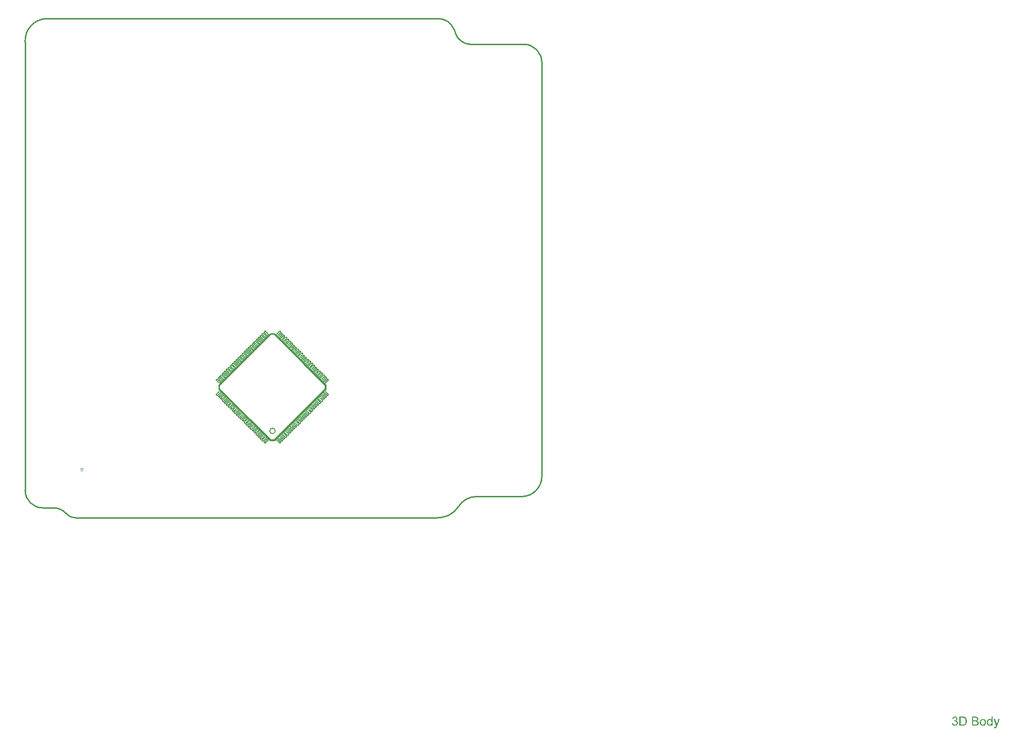
<source format=gm1>
G04*
G04 #@! TF.GenerationSoftware,Altium Limited,Altium Designer,18.1.7 (191)*
G04*
G04 Layer_Color=16711935*
%FSLAX25Y25*%
%MOIN*%
G70*
G01*
G75*
%ADD11C,0.01000*%
%ADD115C,0.00500*%
%ADD116C,0.00236*%
G36*
X938900Y177000D02*
X938180D01*
Y177574D01*
X938171Y177565D01*
X938162Y177547D01*
X938135Y177510D01*
X938098Y177465D01*
X938053Y177419D01*
X937998Y177364D01*
X937934Y177301D01*
X937852Y177237D01*
X937770Y177173D01*
X937679Y177109D01*
X937570Y177055D01*
X937451Y177009D01*
X937333Y176964D01*
X937197Y176927D01*
X937051Y176909D01*
X936896Y176900D01*
X936841D01*
X936805Y176909D01*
X936695Y176918D01*
X936568Y176936D01*
X936413Y176973D01*
X936240Y177027D01*
X936067Y177100D01*
X935894Y177200D01*
X935885D01*
X935876Y177219D01*
X935821Y177255D01*
X935739Y177328D01*
X935639Y177419D01*
X935520Y177538D01*
X935402Y177683D01*
X935283Y177847D01*
X935183Y178039D01*
Y178048D01*
X935174Y178066D01*
X935165Y178093D01*
X935147Y178130D01*
X935128Y178184D01*
X935101Y178248D01*
X935083Y178312D01*
X935065Y178394D01*
X935019Y178576D01*
X934974Y178786D01*
X934946Y179022D01*
X934937Y179278D01*
Y179287D01*
Y179305D01*
Y179341D01*
Y179396D01*
X934946Y179451D01*
Y179524D01*
X934964Y179687D01*
X934992Y179879D01*
X935037Y180088D01*
X935092Y180307D01*
X935165Y180517D01*
Y180526D01*
X935174Y180544D01*
X935192Y180571D01*
X935211Y180607D01*
X935265Y180708D01*
X935338Y180835D01*
X935429Y180972D01*
X935548Y181109D01*
X935684Y181254D01*
X935848Y181373D01*
X935857D01*
X935866Y181382D01*
X935894Y181400D01*
X935930Y181418D01*
X936021Y181464D01*
X936149Y181528D01*
X936295Y181582D01*
X936468Y181628D01*
X936659Y181664D01*
X936859Y181673D01*
X936932D01*
X937005Y181664D01*
X937105Y181655D01*
X937224Y181628D01*
X937351Y181600D01*
X937479Y181555D01*
X937597Y181491D01*
X937615Y181482D01*
X937652Y181464D01*
X937707Y181418D01*
X937780Y181373D01*
X937871Y181309D01*
X937953Y181227D01*
X938044Y181145D01*
X938126Y181045D01*
Y183304D01*
X938900D01*
Y177000D01*
D02*
G37*
G36*
X912691Y183322D02*
X912809Y183304D01*
X912955Y183277D01*
X913119Y183231D01*
X913283Y183177D01*
X913447Y183104D01*
X913456D01*
X913465Y183095D01*
X913520Y183067D01*
X913602Y183013D01*
X913693Y182949D01*
X913802Y182858D01*
X913911Y182757D01*
X914021Y182639D01*
X914112Y182502D01*
X914121Y182484D01*
X914148Y182439D01*
X914185Y182357D01*
X914230Y182256D01*
X914276Y182138D01*
X914312Y182001D01*
X914340Y181846D01*
X914349Y181692D01*
Y181673D01*
Y181619D01*
X914340Y181546D01*
X914321Y181446D01*
X914294Y181327D01*
X914248Y181200D01*
X914194Y181072D01*
X914121Y180945D01*
X914112Y180926D01*
X914084Y180890D01*
X914030Y180826D01*
X913957Y180753D01*
X913866Y180671D01*
X913756Y180580D01*
X913629Y180498D01*
X913474Y180416D01*
X913483D01*
X913501Y180407D01*
X913529Y180398D01*
X913565Y180389D01*
X913665Y180352D01*
X913793Y180298D01*
X913939Y180225D01*
X914084Y180134D01*
X914221Y180015D01*
X914349Y179879D01*
X914358Y179860D01*
X914394Y179806D01*
X914449Y179715D01*
X914503Y179596D01*
X914558Y179451D01*
X914613Y179278D01*
X914649Y179077D01*
X914658Y178858D01*
Y178849D01*
Y178822D01*
Y178776D01*
X914649Y178722D01*
X914640Y178649D01*
X914622Y178567D01*
X914604Y178476D01*
X914585Y178376D01*
X914513Y178157D01*
X914458Y178039D01*
X914403Y177929D01*
X914330Y177811D01*
X914248Y177692D01*
X914157Y177574D01*
X914048Y177465D01*
X914039Y177455D01*
X914021Y177437D01*
X913984Y177410D01*
X913939Y177374D01*
X913884Y177328D01*
X913811Y177282D01*
X913729Y177228D01*
X913629Y177182D01*
X913529Y177128D01*
X913410Y177073D01*
X913292Y177027D01*
X913155Y176982D01*
X913009Y176945D01*
X912855Y176918D01*
X912700Y176900D01*
X912527Y176891D01*
X912445D01*
X912390Y176900D01*
X912317Y176909D01*
X912235Y176918D01*
X912144Y176936D01*
X912044Y176954D01*
X911825Y177009D01*
X911597Y177100D01*
X911479Y177155D01*
X911370Y177219D01*
X911260Y177301D01*
X911151Y177383D01*
X911142Y177392D01*
X911124Y177410D01*
X911096Y177437D01*
X911069Y177474D01*
X911023Y177519D01*
X910978Y177583D01*
X910923Y177647D01*
X910869Y177729D01*
X910814Y177820D01*
X910759Y177911D01*
X910659Y178130D01*
X910577Y178385D01*
X910550Y178521D01*
X910532Y178667D01*
X911306Y178767D01*
Y178758D01*
X911315Y178740D01*
X911324Y178704D01*
X911333Y178658D01*
X911342Y178603D01*
X911360Y178540D01*
X911406Y178403D01*
X911470Y178239D01*
X911552Y178084D01*
X911643Y177938D01*
X911752Y177811D01*
X911771Y177802D01*
X911807Y177765D01*
X911880Y177720D01*
X911971Y177674D01*
X912080Y177620D01*
X912217Y177574D01*
X912372Y177538D01*
X912536Y177528D01*
X912590D01*
X912627Y177538D01*
X912727Y177547D01*
X912855Y177574D01*
X913000Y177620D01*
X913155Y177683D01*
X913310Y177774D01*
X913456Y177902D01*
X913474Y177920D01*
X913520Y177975D01*
X913574Y178057D01*
X913647Y178166D01*
X913720Y178303D01*
X913775Y178458D01*
X913820Y178640D01*
X913838Y178840D01*
Y178849D01*
Y178867D01*
Y178895D01*
X913829Y178931D01*
X913820Y179032D01*
X913793Y179150D01*
X913756Y179296D01*
X913693Y179441D01*
X913602Y179587D01*
X913483Y179724D01*
X913465Y179742D01*
X913419Y179779D01*
X913346Y179833D01*
X913246Y179897D01*
X913119Y179961D01*
X912964Y180015D01*
X912791Y180052D01*
X912599Y180070D01*
X912518D01*
X912454Y180061D01*
X912372Y180052D01*
X912281Y180034D01*
X912171Y180015D01*
X912053Y179988D01*
X912144Y180671D01*
X912189D01*
X912226Y180662D01*
X912344D01*
X912445Y180680D01*
X912563Y180699D01*
X912700Y180726D01*
X912855Y180772D01*
X913000Y180835D01*
X913155Y180917D01*
X913164D01*
X913173Y180926D01*
X913219Y180963D01*
X913283Y181027D01*
X913356Y181109D01*
X913428Y181227D01*
X913492Y181364D01*
X913538Y181519D01*
X913556Y181610D01*
Y181710D01*
Y181719D01*
Y181728D01*
Y181783D01*
X913538Y181856D01*
X913520Y181956D01*
X913483Y182065D01*
X913438Y182184D01*
X913365Y182302D01*
X913264Y182411D01*
X913255Y182420D01*
X913210Y182457D01*
X913146Y182502D01*
X913064Y182557D01*
X912955Y182603D01*
X912827Y182648D01*
X912681Y182685D01*
X912518Y182694D01*
X912445D01*
X912363Y182676D01*
X912253Y182657D01*
X912135Y182621D01*
X912016Y182575D01*
X911889Y182502D01*
X911771Y182411D01*
X911761Y182402D01*
X911725Y182357D01*
X911670Y182293D01*
X911607Y182202D01*
X911543Y182083D01*
X911479Y181938D01*
X911424Y181764D01*
X911388Y181564D01*
X910614Y181701D01*
Y181710D01*
X910623Y181737D01*
X910632Y181774D01*
X910641Y181828D01*
X910659Y181892D01*
X910686Y181965D01*
X910741Y182138D01*
X910832Y182338D01*
X910942Y182539D01*
X911078Y182730D01*
X911251Y182903D01*
X911260Y182912D01*
X911279Y182922D01*
X911306Y182940D01*
X911342Y182967D01*
X911388Y183003D01*
X911452Y183040D01*
X911515Y183076D01*
X911597Y183122D01*
X911780Y183195D01*
X911989Y183268D01*
X912235Y183313D01*
X912363Y183331D01*
X912590D01*
X912691Y183322D01*
D02*
G37*
G36*
X942134Y176927D02*
Y176918D01*
X942125Y176891D01*
X942107Y176854D01*
X942089Y176809D01*
X942061Y176745D01*
X942034Y176672D01*
X941970Y176517D01*
X941906Y176344D01*
X941833Y176171D01*
X941761Y176016D01*
X941724Y175952D01*
X941697Y175889D01*
X941688Y175870D01*
X941660Y175825D01*
X941615Y175761D01*
X941560Y175679D01*
X941487Y175588D01*
X941405Y175497D01*
X941323Y175406D01*
X941223Y175333D01*
X941214Y175324D01*
X941177Y175305D01*
X941123Y175278D01*
X941041Y175242D01*
X940950Y175205D01*
X940841Y175178D01*
X940722Y175160D01*
X940585Y175151D01*
X940549D01*
X940503Y175160D01*
X940440D01*
X940367Y175178D01*
X940285Y175196D01*
X940194Y175214D01*
X940093Y175251D01*
X940012Y175971D01*
X940021D01*
X940057Y175961D01*
X940103Y175952D01*
X940157Y175934D01*
X940303Y175907D01*
X940449Y175898D01*
X940494D01*
X940540Y175907D01*
X940594D01*
X940731Y175934D01*
X940795Y175961D01*
X940859Y175989D01*
X940868D01*
X940886Y176007D01*
X940913Y176025D01*
X940950Y176052D01*
X941032Y176125D01*
X941105Y176226D01*
Y176235D01*
X941123Y176253D01*
X941141Y176289D01*
X941159Y176344D01*
X941196Y176417D01*
X941232Y176526D01*
X941287Y176654D01*
X941341Y176809D01*
Y176818D01*
X941360Y176854D01*
X941378Y176918D01*
X941414Y177000D01*
X939684Y181573D01*
X940503D01*
X941460Y178922D01*
Y178913D01*
X941469Y178904D01*
X941478Y178877D01*
X941487Y178831D01*
X941506Y178786D01*
X941524Y178731D01*
X941569Y178603D01*
X941624Y178448D01*
X941679Y178266D01*
X941733Y178075D01*
X941788Y177865D01*
Y177875D01*
X941797Y177893D01*
X941806Y177920D01*
X941815Y177956D01*
X941824Y178002D01*
X941843Y178057D01*
X941879Y178193D01*
X941925Y178348D01*
X941988Y178531D01*
X942043Y178713D01*
X942116Y178904D01*
X943100Y181573D01*
X943874D01*
X942134Y176927D01*
D02*
G37*
G36*
X927057Y183295D02*
X927130D01*
X927294Y183277D01*
X927476Y183259D01*
X927667Y183222D01*
X927859Y183177D01*
X928032Y183113D01*
X928041D01*
X928050Y183104D01*
X928105Y183076D01*
X928187Y183031D01*
X928278Y182967D01*
X928387Y182885D01*
X928506Y182785D01*
X928615Y182657D01*
X928715Y182521D01*
X928724Y182502D01*
X928751Y182448D01*
X928797Y182375D01*
X928843Y182266D01*
X928888Y182138D01*
X928934Y182001D01*
X928961Y181846D01*
X928970Y181692D01*
Y181673D01*
Y181628D01*
X928961Y181546D01*
X928943Y181446D01*
X928916Y181327D01*
X928870Y181200D01*
X928815Y181072D01*
X928742Y180936D01*
X928733Y180917D01*
X928706Y180881D01*
X928651Y180808D01*
X928578Y180735D01*
X928487Y180644D01*
X928378Y180544D01*
X928241Y180453D01*
X928086Y180362D01*
X928096D01*
X928114Y180352D01*
X928141Y180343D01*
X928178Y180325D01*
X928287Y180289D01*
X928414Y180225D01*
X928551Y180143D01*
X928706Y180043D01*
X928843Y179924D01*
X928970Y179779D01*
X928979Y179760D01*
X929016Y179706D01*
X929070Y179624D01*
X929125Y179514D01*
X929180Y179369D01*
X929234Y179214D01*
X929271Y179032D01*
X929280Y178831D01*
Y178822D01*
Y178813D01*
Y178758D01*
X929271Y178667D01*
X929253Y178558D01*
X929234Y178430D01*
X929198Y178294D01*
X929152Y178148D01*
X929089Y178002D01*
X929080Y177984D01*
X929052Y177938D01*
X929016Y177875D01*
X928961Y177783D01*
X928888Y177692D01*
X928815Y177592D01*
X928724Y177492D01*
X928624Y177410D01*
X928615Y177401D01*
X928578Y177374D01*
X928515Y177337D01*
X928433Y177301D01*
X928332Y177246D01*
X928214Y177191D01*
X928086Y177146D01*
X927932Y177100D01*
X927913D01*
X927859Y177082D01*
X927768Y177073D01*
X927649Y177055D01*
X927503Y177036D01*
X927330Y177018D01*
X927139Y177009D01*
X926920Y177000D01*
X924515D01*
Y183304D01*
X926993D01*
X927057Y183295D01*
D02*
G37*
G36*
X918330D02*
X918512Y183286D01*
X918694Y183268D01*
X918876Y183240D01*
X919031Y183213D01*
X919040D01*
X919059Y183204D01*
X919086D01*
X919122Y183186D01*
X919222Y183158D01*
X919350Y183113D01*
X919496Y183049D01*
X919651Y182967D01*
X919806Y182876D01*
X919951Y182757D01*
X919960Y182748D01*
X919969Y182739D01*
X919997Y182712D01*
X920033Y182685D01*
X920124Y182594D01*
X920234Y182466D01*
X920352Y182311D01*
X920480Y182129D01*
X920598Y181919D01*
X920698Y181683D01*
Y181673D01*
X920707Y181655D01*
X920726Y181619D01*
X920735Y181564D01*
X920762Y181500D01*
X920780Y181427D01*
X920798Y181345D01*
X920826Y181245D01*
X920853Y181145D01*
X920871Y181027D01*
X920917Y180772D01*
X920944Y180489D01*
X920953Y180179D01*
Y180170D01*
Y180152D01*
Y180106D01*
Y180061D01*
X920944Y179997D01*
Y179924D01*
X920935Y179751D01*
X920908Y179551D01*
X920881Y179341D01*
X920835Y179123D01*
X920780Y178904D01*
Y178895D01*
X920771Y178877D01*
X920762Y178849D01*
X920753Y178813D01*
X920716Y178713D01*
X920662Y178585D01*
X920607Y178439D01*
X920534Y178294D01*
X920443Y178139D01*
X920352Y177993D01*
X920343Y177975D01*
X920306Y177929D01*
X920252Y177865D01*
X920179Y177783D01*
X920097Y177692D01*
X919997Y177601D01*
X919897Y177501D01*
X919778Y177419D01*
X919760Y177410D01*
X919724Y177383D01*
X919660Y177346D01*
X919569Y177301D01*
X919459Y177246D01*
X919332Y177200D01*
X919186Y177146D01*
X919022Y177100D01*
X919004D01*
X918976Y177091D01*
X918949Y177082D01*
X918858Y177073D01*
X918731Y177055D01*
X918585Y177036D01*
X918412Y177018D01*
X918220Y177009D01*
X918011Y177000D01*
X915742D01*
Y183304D01*
X918166D01*
X918330Y183295D01*
D02*
G37*
G36*
X932332Y181664D02*
X932414Y181655D01*
X932505Y181637D01*
X932605Y181619D01*
X932724Y181600D01*
X932969Y181519D01*
X933097Y181473D01*
X933224Y181409D01*
X933352Y181345D01*
X933480Y181254D01*
X933598Y181163D01*
X933716Y181054D01*
X933726Y181045D01*
X933744Y181027D01*
X933771Y180990D01*
X933808Y180945D01*
X933853Y180881D01*
X933908Y180799D01*
X933962Y180708D01*
X934017Y180607D01*
X934072Y180498D01*
X934126Y180362D01*
X934181Y180225D01*
X934227Y180070D01*
X934263Y179906D01*
X934290Y179733D01*
X934309Y179551D01*
X934318Y179350D01*
Y179341D01*
Y179314D01*
Y179268D01*
Y179205D01*
X934309Y179132D01*
X934299Y179041D01*
Y178949D01*
X934281Y178849D01*
X934254Y178622D01*
X934199Y178394D01*
X934136Y178166D01*
X934044Y177956D01*
Y177947D01*
X934035Y177938D01*
X934017Y177911D01*
X933999Y177875D01*
X933935Y177783D01*
X933853Y177674D01*
X933744Y177547D01*
X933607Y177419D01*
X933452Y177292D01*
X933270Y177173D01*
X933261D01*
X933252Y177164D01*
X933224Y177146D01*
X933179Y177128D01*
X933133Y177109D01*
X933079Y177091D01*
X932942Y177036D01*
X932787Y176991D01*
X932596Y176945D01*
X932395Y176909D01*
X932177Y176900D01*
X932086D01*
X932013Y176909D01*
X931931Y176918D01*
X931840Y176936D01*
X931730Y176954D01*
X931621Y176973D01*
X931375Y177046D01*
X931238Y177100D01*
X931111Y177155D01*
X930984Y177228D01*
X930856Y177310D01*
X930737Y177401D01*
X930619Y177510D01*
X930610Y177519D01*
X930592Y177538D01*
X930564Y177574D01*
X930528Y177629D01*
X930482Y177692D01*
X930437Y177765D01*
X930382Y177856D01*
X930328Y177966D01*
X930273Y178084D01*
X930218Y178221D01*
X930173Y178366D01*
X930127Y178521D01*
X930091Y178694D01*
X930063Y178877D01*
X930045Y179077D01*
X930036Y179287D01*
Y179305D01*
Y179341D01*
X930045Y179405D01*
Y179496D01*
X930054Y179596D01*
X930072Y179724D01*
X930091Y179851D01*
X930127Y179997D01*
X930164Y180143D01*
X930209Y180298D01*
X930264Y180462D01*
X930337Y180617D01*
X930410Y180762D01*
X930510Y180908D01*
X930610Y181045D01*
X930737Y181163D01*
X930747Y181172D01*
X930765Y181182D01*
X930801Y181209D01*
X930847Y181245D01*
X930902Y181282D01*
X930974Y181327D01*
X931047Y181373D01*
X931138Y181418D01*
X931238Y181464D01*
X931348Y181509D01*
X931594Y181591D01*
X931876Y181655D01*
X932022Y181664D01*
X932177Y181673D01*
X932268D01*
X932332Y181664D01*
D02*
G37*
%LPC*%
G36*
X936941Y181036D02*
X936896D01*
X936859Y181027D01*
X936759Y181017D01*
X936641Y180981D01*
X936504Y180936D01*
X936358Y180853D01*
X936213Y180753D01*
X936140Y180680D01*
X936076Y180607D01*
Y180598D01*
X936058Y180589D01*
X936049Y180562D01*
X936021Y180526D01*
X935994Y180480D01*
X935967Y180425D01*
X935939Y180362D01*
X935903Y180289D01*
X935866Y180198D01*
X935839Y180097D01*
X935812Y179988D01*
X935784Y179870D01*
X935766Y179742D01*
X935748Y179596D01*
X935730Y179441D01*
Y179278D01*
Y179268D01*
Y179241D01*
Y179195D01*
X935739Y179132D01*
Y179059D01*
X935748Y178977D01*
X935775Y178786D01*
X935821Y178576D01*
X935885Y178357D01*
X935976Y178148D01*
X936030Y178057D01*
X936094Y177966D01*
X936103D01*
X936112Y177947D01*
X936158Y177902D01*
X936240Y177829D01*
X936340Y177756D01*
X936468Y177674D01*
X936623Y177601D01*
X936786Y177556D01*
X936878Y177547D01*
X936969Y177538D01*
X937014D01*
X937051Y177547D01*
X937151Y177556D01*
X937269Y177592D01*
X937406Y177638D01*
X937552Y177711D01*
X937698Y177811D01*
X937770Y177875D01*
X937834Y177947D01*
Y177956D01*
X937852Y177966D01*
X937871Y177993D01*
X937889Y178029D01*
X937916Y178075D01*
X937953Y178121D01*
X937980Y178193D01*
X938016Y178266D01*
X938053Y178348D01*
X938080Y178439D01*
X938117Y178549D01*
X938144Y178658D01*
X938162Y178786D01*
X938180Y178913D01*
X938199Y179059D01*
Y179214D01*
Y179223D01*
Y179259D01*
Y179305D01*
X938190Y179369D01*
Y179441D01*
X938180Y179533D01*
X938171Y179633D01*
X938153Y179742D01*
X938107Y179961D01*
X938044Y180189D01*
X937953Y180407D01*
X937898Y180498D01*
X937834Y180589D01*
Y180598D01*
X937816Y180607D01*
X937770Y180662D01*
X937688Y180735D01*
X937588Y180817D01*
X937461Y180899D01*
X937306Y180963D01*
X937133Y181017D01*
X937042Y181027D01*
X936941Y181036D01*
D02*
G37*
G36*
X926847Y182557D02*
X925354D01*
Y180662D01*
X926902D01*
X927021Y180671D01*
X927148Y180680D01*
X927276Y180690D01*
X927403Y180708D01*
X927503Y180726D01*
X927522Y180735D01*
X927558Y180744D01*
X927613Y180772D01*
X927686Y180808D01*
X927759Y180844D01*
X927841Y180899D01*
X927923Y180972D01*
X927986Y181045D01*
X927995Y181054D01*
X928014Y181081D01*
X928041Y181136D01*
X928068Y181200D01*
X928096Y181273D01*
X928123Y181364D01*
X928141Y181473D01*
X928150Y181591D01*
Y181610D01*
Y181646D01*
X928141Y181701D01*
X928132Y181774D01*
X928114Y181865D01*
X928086Y181956D01*
X928050Y182047D01*
X927995Y182138D01*
X927986Y182147D01*
X927968Y182175D01*
X927932Y182220D01*
X927886Y182266D01*
X927822Y182320D01*
X927749Y182375D01*
X927658Y182430D01*
X927558Y182466D01*
X927549D01*
X927503Y182484D01*
X927440Y182493D01*
X927339Y182511D01*
X927203Y182530D01*
X927048Y182539D01*
X926847Y182557D01*
D02*
G37*
G36*
X927011Y179915D02*
X925354D01*
Y177747D01*
X927148D01*
X927339Y177756D01*
X927421Y177765D01*
X927494Y177774D01*
X927503D01*
X927540Y177783D01*
X927594Y177793D01*
X927658Y177811D01*
X927813Y177865D01*
X927968Y177938D01*
X927977Y177947D01*
X928004Y177966D01*
X928041Y177993D01*
X928086Y178029D01*
X928132Y178084D01*
X928196Y178139D01*
X928241Y178212D01*
X928296Y178294D01*
X928305Y178303D01*
X928314Y178330D01*
X928332Y178385D01*
X928360Y178448D01*
X928387Y178521D01*
X928405Y178612D01*
X928414Y178722D01*
X928424Y178831D01*
Y178849D01*
Y178886D01*
X928414Y178959D01*
X928396Y179041D01*
X928378Y179132D01*
X928341Y179232D01*
X928296Y179332D01*
X928232Y179432D01*
X928223Y179441D01*
X928196Y179478D01*
X928159Y179524D01*
X928105Y179578D01*
X928032Y179642D01*
X927941Y179706D01*
X927841Y179760D01*
X927722Y179806D01*
X927704Y179815D01*
X927667Y179824D01*
X927585Y179842D01*
X927485Y179860D01*
X927358Y179879D01*
X927203Y179897D01*
X927011Y179915D01*
D02*
G37*
G36*
X918038Y182557D02*
X916580D01*
Y177747D01*
X918075D01*
X918138Y177756D01*
X918275Y177765D01*
X918430Y177774D01*
X918594Y177793D01*
X918758Y177820D01*
X918894Y177856D01*
X918913Y177865D01*
X918958Y177875D01*
X919022Y177902D01*
X919104Y177938D01*
X919195Y177993D01*
X919286Y178048D01*
X919377Y178111D01*
X919468Y178184D01*
X919477Y178202D01*
X919514Y178239D01*
X919569Y178303D01*
X919632Y178394D01*
X919705Y178512D01*
X919787Y178649D01*
X919860Y178804D01*
X919924Y178977D01*
Y178986D01*
X919933Y179004D01*
X919942Y179032D01*
X919951Y179068D01*
X919960Y179113D01*
X919979Y179177D01*
X919997Y179241D01*
X920015Y179314D01*
X920042Y179496D01*
X920070Y179706D01*
X920088Y179943D01*
X920097Y180198D01*
Y180207D01*
Y180243D01*
Y180289D01*
X920088Y180362D01*
Y180444D01*
X920079Y180535D01*
X920070Y180644D01*
X920061Y180753D01*
X920015Y180999D01*
X919960Y181254D01*
X919878Y181491D01*
X919824Y181610D01*
X919769Y181710D01*
Y181719D01*
X919751Y181737D01*
X919733Y181764D01*
X919714Y181801D01*
X919641Y181892D01*
X919550Y182001D01*
X919432Y182120D01*
X919295Y182238D01*
X919141Y182338D01*
X918976Y182420D01*
X918958Y182430D01*
X918913Y182439D01*
X918831Y182466D01*
X918712Y182493D01*
X918567Y182511D01*
X918384Y182539D01*
X918275Y182548D01*
X918157D01*
X918038Y182557D01*
D02*
G37*
G36*
X932177Y181036D02*
X932122D01*
X932077Y181027D01*
X931976Y181017D01*
X931840Y180981D01*
X931685Y180926D01*
X931521Y180853D01*
X931366Y180744D01*
X931284Y180671D01*
X931211Y180598D01*
Y180589D01*
X931193Y180580D01*
X931175Y180553D01*
X931147Y180517D01*
X931120Y180471D01*
X931093Y180416D01*
X931056Y180343D01*
X931020Y180271D01*
X930984Y180179D01*
X930947Y180088D01*
X930920Y179979D01*
X930892Y179860D01*
X930865Y179733D01*
X930847Y179596D01*
X930838Y179441D01*
X930829Y179287D01*
Y179278D01*
Y179250D01*
Y179205D01*
X930838Y179141D01*
Y179068D01*
X930847Y178986D01*
X930874Y178795D01*
X930920Y178576D01*
X930993Y178357D01*
X931084Y178148D01*
X931147Y178057D01*
X931211Y177966D01*
X931220D01*
X931229Y177947D01*
X931284Y177902D01*
X931366Y177829D01*
X931475Y177756D01*
X931612Y177674D01*
X931776Y177601D01*
X931967Y177556D01*
X932067Y177547D01*
X932177Y177538D01*
X932232D01*
X932277Y177547D01*
X932377Y177565D01*
X932514Y177592D01*
X932660Y177647D01*
X932824Y177720D01*
X932979Y177829D01*
X933060Y177902D01*
X933133Y177975D01*
X933142Y177984D01*
X933152Y177993D01*
X933170Y178020D01*
X933197Y178057D01*
X933224Y178102D01*
X933261Y178157D01*
X933297Y178230D01*
X933334Y178303D01*
X933370Y178394D01*
X933398Y178494D01*
X933434Y178603D01*
X933461Y178722D01*
X933489Y178858D01*
X933507Y178995D01*
X933525Y179150D01*
Y179314D01*
Y179323D01*
Y179350D01*
Y179396D01*
X933516Y179451D01*
Y179524D01*
X933507Y179605D01*
X933480Y179797D01*
X933434Y179997D01*
X933361Y180216D01*
X933261Y180416D01*
X933206Y180517D01*
X933133Y180598D01*
Y180607D01*
X933115Y180617D01*
X933060Y180671D01*
X932979Y180735D01*
X932869Y180817D01*
X932733Y180899D01*
X932569Y180972D01*
X932386Y181017D01*
X932286Y181027D01*
X932177Y181036D01*
D02*
G37*
%LPD*%
D11*
X276626Y672654D02*
G03*
X261531Y656264I435J-15546D01*
G01*
X561803Y665073D02*
G03*
X550626Y672654I-11018J-4215D01*
G01*
X563022Y661886D02*
G03*
X573076Y654642I10532J4019D01*
G01*
X623365Y641708D02*
G03*
X610925Y654642I-12687J247D01*
G01*
X609075Y337545D02*
G03*
X623365Y351914I30J14260D01*
G01*
X577417Y337545D02*
G03*
X565059Y330674I31J-14604D01*
G01*
X550000Y322736D02*
G03*
X565059Y330674I661J17000D01*
G01*
X290174Y325762D02*
G03*
X296457Y322736I6097J4625D01*
G01*
X290271Y325688D02*
G03*
X281693Y329653I-8805J-7785D01*
G01*
X261532Y341993D02*
G03*
X274182Y329653I12282J-63D01*
G01*
X561803Y665073D02*
X563022Y661886D01*
X276626Y672654D02*
X550785D01*
X573076Y654642D02*
X577020D01*
X610925D01*
X623365Y351914D02*
Y641708D01*
X577417Y337545D02*
X609105D01*
X296457Y322736D02*
X550000D01*
X274182Y329653D02*
X281693D01*
X261531Y656264D02*
X261532Y341993D01*
D115*
X436108Y382219D02*
G03*
X433324Y385003I-1392J1392D01*
G01*
D02*
G03*
X436108Y382219I1392J-1392D01*
G01*
X474038Y409014D02*
G03*
X474038Y409070I-28J28D01*
G01*
X473286Y408318D02*
G03*
X473342Y408318I28J28D01*
G01*
X459423Y434069D02*
G03*
X459367Y434069I-28J-28D01*
G01*
X460119Y433317D02*
G03*
X460119Y433373I-28J28D01*
G01*
X410705Y434765D02*
G03*
X410705Y434709I28J-28D01*
G01*
X411456Y435461D02*
G03*
X411401Y435461I-28J-28D01*
G01*
X444111Y449380D02*
G03*
X444056Y449380I-28J-28D01*
G01*
X444807Y448629D02*
G03*
X444807Y448684I-28J28D01*
G01*
X395393Y419454D02*
G03*
X395393Y419398I28J-28D01*
G01*
X396145Y420150D02*
G03*
X396089Y420150I-28J-28D01*
G01*
X410009Y394399D02*
G03*
X410064Y394399I28J28D01*
G01*
X409313Y395150D02*
G03*
X409313Y395095I28J-28D01*
G01*
X425320Y379087D02*
G03*
X425376Y379087I28J28D01*
G01*
X424624Y379839D02*
G03*
X424624Y379783I28J-28D01*
G01*
X450375Y385351D02*
G03*
X450375Y385407I-28J28D01*
G01*
X449623Y384655D02*
G03*
X449679Y384655I28J28D01*
G01*
X465686Y400663D02*
G03*
X465686Y400718I-28J28D01*
G01*
X464935Y399967D02*
G03*
X464990Y399967I28J28D01*
G01*
X467774Y425717D02*
G03*
X467719Y425717I-28J-28D01*
G01*
X468470Y424966D02*
G03*
X468470Y425022I-28J28D01*
G01*
X452463Y441029D02*
G03*
X452407Y441029I-28J-28D01*
G01*
X453159Y440277D02*
G03*
X453159Y440333I-28J28D01*
G01*
X403745Y427805D02*
G03*
X403745Y427750I28J-28D01*
G01*
X404497Y428501D02*
G03*
X404441Y428501I-28J-28D01*
G01*
X419056Y443117D02*
G03*
X419056Y443061I28J-28D01*
G01*
X419808Y443813D02*
G03*
X419752Y443813I-28J-28D01*
G01*
X427408Y451468D02*
G03*
X427408Y451413I28J-28D01*
G01*
X428160Y452164D02*
G03*
X428104Y452164I-28J-28D01*
G01*
X401657Y402750D02*
G03*
X401713Y402750I28J28D01*
G01*
X400961Y403502D02*
G03*
X400961Y403446I28J-28D01*
G01*
X416968Y387439D02*
G03*
X417024Y387439I28J28D01*
G01*
X416272Y388191D02*
G03*
X416272Y388135I28J-28D01*
G01*
X442023Y376999D02*
G03*
X442023Y377055I-28J28D01*
G01*
X441272Y376303D02*
G03*
X441327Y376304I28J28D01*
G01*
X457335Y392311D02*
G03*
X457335Y392366I-28J28D01*
G01*
X456583Y391615D02*
G03*
X456639Y391615I28J28D01*
G01*
X472646Y407622D02*
G03*
X472646Y407678I-28J28D01*
G01*
X471895Y406926D02*
G03*
X471950Y406926I28J28D01*
G01*
X460815Y432677D02*
G03*
X460759Y432677I-28J-28D01*
G01*
X461511Y431925D02*
G03*
X461511Y431981I-28J28D01*
G01*
X412097Y436157D02*
G03*
X412097Y436101I28J-28D01*
G01*
X412848Y436853D02*
G03*
X412793Y436853I-28J-28D01*
G01*
X445503Y447989D02*
G03*
X445448Y447988I-28J-28D01*
G01*
X446199Y447237D02*
G03*
X446199Y447293I-28J28D01*
G01*
X396785Y420846D02*
G03*
X396785Y420790I28J-28D01*
G01*
X397537Y421542D02*
G03*
X397481Y421542I-28J-28D01*
G01*
X420448Y444509D02*
G03*
X420448Y444453I28J-28D01*
G01*
X421200Y445205D02*
G03*
X421144Y445205I-28J-28D01*
G01*
X408617Y395791D02*
G03*
X408672Y395791I28J28D01*
G01*
X407921Y396542D02*
G03*
X407921Y396487I28J-28D01*
G01*
X423928Y380479D02*
G03*
X423984Y380479I28J28D01*
G01*
X423232Y381231D02*
G03*
X423232Y381175I28J-28D01*
G01*
X448983Y383959D02*
G03*
X448983Y384015I-28J28D01*
G01*
X448232Y383263D02*
G03*
X448287Y383263I28J28D01*
G01*
X464294Y399271D02*
G03*
X464294Y399326I-28J28D01*
G01*
X463543Y398574D02*
G03*
X463598Y398574I28J28D01*
G01*
X469166Y424326D02*
G03*
X469110Y424326I-28J-28D01*
G01*
X469862Y423574D02*
G03*
X469862Y423630I-28J28D01*
G01*
X453855Y439637D02*
G03*
X453799Y439637I-28J-28D01*
G01*
X454551Y438885D02*
G03*
X454551Y438941I-28J28D01*
G01*
X405137Y429197D02*
G03*
X405137Y429142I28J-28D01*
G01*
X405889Y429893D02*
G03*
X405833Y429893I-28J-28D01*
G01*
X428800Y452860D02*
G03*
X428800Y452805I28J-28D01*
G01*
X429552Y453556D02*
G03*
X429496Y453556I-28J-28D01*
G01*
X400265Y404142D02*
G03*
X400321Y404142I28J28D01*
G01*
X399569Y404894D02*
G03*
X399569Y404838I28J-28D01*
G01*
X415577Y388831D02*
G03*
X415632Y388831I28J28D01*
G01*
X414881Y389582D02*
G03*
X414881Y389527I28J-28D01*
G01*
X440631Y375607D02*
G03*
X440631Y375663I-28J28D01*
G01*
X439880Y374911D02*
G03*
X439935Y374911I28J28D01*
G01*
X455943Y390919D02*
G03*
X455943Y390974I-28J28D01*
G01*
X455191Y390223D02*
G03*
X455247Y390223I28J28D01*
G01*
X471254Y406230D02*
G03*
X471254Y406286I-28J28D01*
G01*
X470503Y405534D02*
G03*
X470558Y405534I28J28D01*
G01*
X462207Y431285D02*
G03*
X462151Y431285I-28J-28D01*
G01*
X462902Y430534D02*
G03*
X462902Y430589I-28J28D01*
G01*
X446895Y446597D02*
G03*
X446840Y446596I-28J-28D01*
G01*
X447591Y445845D02*
G03*
X447591Y445901I-28J28D01*
G01*
X398177Y422238D02*
G03*
X398177Y422182I28J-28D01*
G01*
X398929Y422933D02*
G03*
X398873Y422933I-28J-28D01*
G01*
X413488Y437549D02*
G03*
X413488Y437493I28J-28D01*
G01*
X414240Y438245D02*
G03*
X414185Y438245I-28J-28D01*
G01*
X421840Y445901D02*
G03*
X421840Y445845I28J-28D01*
G01*
X422592Y446597D02*
G03*
X422536Y446597I-28J-28D01*
G01*
X407225Y397183D02*
G03*
X407280Y397182I28J28D01*
G01*
X406529Y397934D02*
G03*
X406529Y397879I28J-28D01*
G01*
X422536Y381871D02*
G03*
X422592Y381871I28J28D01*
G01*
X421840Y382623D02*
G03*
X421840Y382567I28J-28D01*
G01*
X447591D02*
G03*
X447591Y382623I-28J28D01*
G01*
X446840Y381871D02*
G03*
X446895Y381871I28J28D01*
G01*
X462902Y397879D02*
G03*
X462902Y397934I-28J28D01*
G01*
X462151Y397183D02*
G03*
X462207Y397183I28J28D01*
G01*
X470558Y422933D02*
G03*
X470503Y422933I-28J-28D01*
G01*
X471254Y422182D02*
G03*
X471254Y422238I-28J28D01*
G01*
X458727Y393703D02*
G03*
X458727Y393758I-28J28D01*
G01*
X457975Y393007D02*
G03*
X458031Y393007I28J28D01*
G01*
X455247Y438245D02*
G03*
X455191Y438245I-28J-28D01*
G01*
X455943Y437493D02*
G03*
X455943Y437549I-28J28D01*
G01*
X406529Y430589D02*
G03*
X406529Y430534I28J-28D01*
G01*
X407280Y431285D02*
G03*
X407225Y431285I-28J-28D01*
G01*
X439935Y453556D02*
G03*
X439880Y453556I-28J-28D01*
G01*
X440631Y452805D02*
G03*
X440631Y452860I-28J28D01*
G01*
X398873Y405534D02*
G03*
X398929Y405534I28J28D01*
G01*
X398177Y406286D02*
G03*
X398177Y406230I28J-28D01*
G01*
X414185Y390223D02*
G03*
X414240Y390223I28J28D01*
G01*
X413488Y390974D02*
G03*
X413489Y390919I28J-28D01*
G01*
X429496Y374911D02*
G03*
X429552Y374911I28J28D01*
G01*
X428800Y375663D02*
G03*
X428800Y375607I28J-28D01*
G01*
X454551Y389527D02*
G03*
X454551Y389582I-28J28D01*
G01*
X453799Y388831D02*
G03*
X453855Y388831I28J28D01*
G01*
X469862Y404838D02*
G03*
X469862Y404894I-28J28D01*
G01*
X469111Y404142D02*
G03*
X469166Y404142I28J28D01*
G01*
X463598Y429893D02*
G03*
X463543Y429893I-28J-28D01*
G01*
X464294Y429142D02*
G03*
X464294Y429197I-28J28D01*
G01*
X448287Y445205D02*
G03*
X448232Y445204I-28J-28D01*
G01*
X448983Y444453D02*
G03*
X448983Y444509I-28J28D01*
G01*
X399569Y423630D02*
G03*
X399569Y423574I28J-28D01*
G01*
X400321Y424326D02*
G03*
X400265Y424326I-28J-28D01*
G01*
X414881Y438941D02*
G03*
X414881Y438885I28J-28D01*
G01*
X415632Y439637D02*
G03*
X415577Y439637I-28J-28D01*
G01*
X423232Y447293D02*
G03*
X423232Y447237I28J-28D01*
G01*
X423984Y447989D02*
G03*
X423928Y447989I-28J-28D01*
G01*
X405833Y398574D02*
G03*
X405889Y398574I28J28D01*
G01*
X405137Y399326D02*
G03*
X405137Y399271I28J-28D01*
G01*
X421144Y383263D02*
G03*
X421200Y383263I28J28D01*
G01*
X420448Y384015D02*
G03*
X420448Y383959I28J-28D01*
G01*
X446199Y381175D02*
G03*
X446199Y381231I-28J28D01*
G01*
X445448Y380479D02*
G03*
X445503Y380479I28J28D01*
G01*
X461511Y396487D02*
G03*
X461511Y396542I-28J28D01*
G01*
X460759Y395791D02*
G03*
X460815Y395791I28J28D01*
G01*
X471950Y421542D02*
G03*
X471894Y421542I-28J-28D01*
G01*
X472646Y420790D02*
G03*
X472646Y420846I-28J28D01*
G01*
X456639Y436853D02*
G03*
X456583Y436853I-28J-28D01*
G01*
X457335Y436101D02*
G03*
X457335Y436157I-28J28D01*
G01*
X407921Y431981D02*
G03*
X407921Y431925I28J-28D01*
G01*
X408672Y432677D02*
G03*
X408617Y432677I-28J-28D01*
G01*
X441327Y452164D02*
G03*
X441272Y452164I-28J-28D01*
G01*
X442023Y451413D02*
G03*
X442023Y451468I-28J28D01*
G01*
X397481Y406926D02*
G03*
X397537Y406926I28J28D01*
G01*
X396785Y407678D02*
G03*
X396785Y407622I28J-28D01*
G01*
X412793Y391615D02*
G03*
X412848Y391615I28J28D01*
G01*
X412097Y392366D02*
G03*
X412097Y392311I28J-28D01*
G01*
X428104Y376303D02*
G03*
X428160Y376303I28J28D01*
G01*
X427408Y377055D02*
G03*
X427408Y376999I28J-28D01*
G01*
X453159Y388135D02*
G03*
X453159Y388191I-28J28D01*
G01*
X452407Y387439D02*
G03*
X452463Y387439I28J28D01*
G01*
X468470Y403446D02*
G03*
X468470Y403502I-28J28D01*
G01*
X467719Y402750D02*
G03*
X467774Y402750I28J28D01*
G01*
X464990Y428501D02*
G03*
X464935Y428501I-28J-28D01*
G01*
X465686Y427750D02*
G03*
X465686Y427805I-28J28D01*
G01*
X449679Y443813D02*
G03*
X449623Y443813I-28J-28D01*
G01*
X450375Y443061D02*
G03*
X450375Y443117I-28J28D01*
G01*
X400961Y425022D02*
G03*
X400961Y424966I28J-28D01*
G01*
X401713Y425717D02*
G03*
X401657Y425717I-28J-28D01*
G01*
X416272Y440333D02*
G03*
X416272Y440277I28J-28D01*
G01*
X417024Y441029D02*
G03*
X416968Y441029I-28J-28D01*
G01*
X424624Y448684D02*
G03*
X424624Y448629I28J-28D01*
G01*
X425376Y449380D02*
G03*
X425320Y449380I-28J-28D01*
G01*
X404441Y399967D02*
G03*
X404497Y399966I28J28D01*
G01*
X403745Y400718D02*
G03*
X403745Y400663I28J-28D01*
G01*
X419752Y384655D02*
G03*
X419808Y384655I28J28D01*
G01*
X419056Y385407D02*
G03*
X419056Y385351I28J-28D01*
G01*
X444807Y379783D02*
G03*
X444807Y379839I-28J28D01*
G01*
X444056Y379087D02*
G03*
X444111Y379087I28J28D01*
G01*
X460119Y395095D02*
G03*
X460119Y395150I-28J28D01*
G01*
X459367Y394399D02*
G03*
X459423Y394399I28J28D01*
G01*
X473342Y420150D02*
G03*
X473286Y420150I-28J-28D01*
G01*
X474038Y419398D02*
G03*
X474038Y419454I-28J28D01*
G01*
X458031Y435461D02*
G03*
X457975Y435461I-28J-28D01*
G01*
X458727Y434709D02*
G03*
X458727Y434765I-28J28D01*
G01*
X409313Y433373D02*
G03*
X409313Y433317I28J-28D01*
G01*
X410064Y434069D02*
G03*
X410009Y434069I-28J-28D01*
G01*
X442719Y450772D02*
G03*
X442664Y450772I-28J-28D01*
G01*
X443415Y450021D02*
G03*
X443415Y450076I-28J28D01*
G01*
X396089Y408318D02*
G03*
X396145Y408318I28J28D01*
G01*
X395393Y409070D02*
G03*
X395393Y409014I28J-28D01*
G01*
X411401Y393007D02*
G03*
X411456Y393007I28J28D01*
G01*
X410705Y393758D02*
G03*
X410705Y393703I28J-28D01*
G01*
X426712Y377695D02*
G03*
X426768Y377695I28J28D01*
G01*
X426016Y378447D02*
G03*
X426016Y378391I28J-28D01*
G01*
X451767Y386743D02*
G03*
X451767Y386799I-28J28D01*
G01*
X451015Y386047D02*
G03*
X451071Y386047I28J28D01*
G01*
X467078Y402054D02*
G03*
X467078Y402110I-28J28D01*
G01*
X466327Y401358D02*
G03*
X466382Y401358I28J28D01*
G01*
X466382Y427109D02*
G03*
X466327Y427109I-28J-28D01*
G01*
X467078Y426358D02*
G03*
X467078Y426413I-28J28D01*
G01*
X451071Y442421D02*
G03*
X451015Y442421I-28J-28D01*
G01*
X451767Y441669D02*
G03*
X451767Y441725I-28J28D01*
G01*
X402353Y426413D02*
G03*
X402353Y426358I28J-28D01*
G01*
X403105Y427109D02*
G03*
X403049Y427109I-28J-28D01*
G01*
X417664Y441725D02*
G03*
X417664Y441669I28J-28D01*
G01*
X418416Y442421D02*
G03*
X418360Y442421I-28J-28D01*
G01*
X426016Y450076D02*
G03*
X426016Y450021I28J-28D01*
G01*
X426768Y450772D02*
G03*
X426712Y450772I-28J-28D01*
G01*
X403049Y401358D02*
G03*
X403105Y401358I28J28D01*
G01*
X402353Y402110D02*
G03*
X402353Y402054I28J-28D01*
G01*
X418360Y386047D02*
G03*
X418416Y386047I28J28D01*
G01*
X417664Y386799D02*
G03*
X417664Y386743I28J-28D01*
G01*
X443415Y378391D02*
G03*
X443415Y378447I-28J28D01*
G01*
X442664Y377695D02*
G03*
X442719Y377695I28J28D01*
G01*
X397133Y415626D02*
X397724Y415381D01*
X472298Y412842D02*
Y415626D01*
X397724Y415381D02*
X433568Y451226D01*
X433324Y376652D02*
X433568Y377242D01*
X433324Y451816D02*
X433568Y451226D01*
X397724Y413087D02*
X433568Y377242D01*
X397133Y412842D02*
X433324Y376652D01*
X397133Y412842D02*
X397724Y413087D01*
X436108Y451816D02*
X472298Y415626D01*
X435863Y377242D02*
X436108Y376652D01*
X435863Y451226D02*
X436108Y451816D01*
X433568Y377242D02*
X435863D01*
X433324Y376652D02*
X436108D01*
X471707Y415381D02*
X472298Y415626D01*
X433568Y451226D02*
X435863D01*
X471707Y415381D01*
X471708Y413087D01*
X397133Y412842D02*
Y415626D01*
X433324Y451816D01*
X436108Y376652D02*
X472298Y412842D01*
X433324Y451816D02*
X436108D01*
X471708Y413087D02*
X472298Y412842D01*
X397724Y413087D02*
X397724Y415381D01*
X435863Y377242D02*
X471708Y413087D01*
X470530Y411074D02*
X471089Y410516D01*
X471998Y409606D02*
X472275Y409329D01*
X473027Y410081D02*
X474038Y409070D01*
X472750Y410358D02*
X473027Y410081D01*
X471600Y410005D02*
X471998Y409606D01*
X472275Y409329D02*
X473286Y408318D01*
X471089Y410516D02*
X471600Y410005D01*
X473342Y408318D02*
X474038Y409014D01*
X471282Y411826D02*
X471841Y411267D01*
X472351Y410757D01*
X472750Y410358D01*
X457363Y430561D02*
X457921Y431120D01*
X458830Y432029D02*
X459107Y432306D01*
X458356Y433058D02*
X459367Y434069D01*
X458079Y432781D02*
X458356Y433058D01*
X458432Y431631D02*
X458830Y432029D01*
X459107Y432306D02*
X460119Y433317D01*
X457921Y431120D02*
X458432Y431631D01*
X459423Y434069D02*
X460119Y433373D01*
X456611Y431313D02*
X457170Y431872D01*
X457680Y432382D01*
X458079Y432781D01*
X413654Y433263D02*
X414212Y432705D01*
X412468Y434450D02*
X412745Y434173D01*
X410705Y434709D02*
X411716Y433698D01*
X411993Y433421D01*
X412745Y434173D02*
X413143Y433774D01*
X411456Y435461D02*
X412468Y434450D01*
X413143Y433774D02*
X413654Y433263D01*
X410705Y434765D02*
X411401Y435461D01*
X412902Y432512D02*
X413461Y431953D01*
X412392Y433022D02*
X412902Y432512D01*
X411993Y433421D02*
X412392Y433022D01*
X442051Y445873D02*
X442610Y446431D01*
X443519Y447341D02*
X443796Y447617D01*
X443044Y448369D02*
X444056Y449380D01*
X442767Y448092D02*
X443044Y448369D01*
X443120Y446942D02*
X443519Y447341D01*
X443796Y447617D02*
X444807Y448629D01*
X442610Y446431D02*
X443120Y446942D01*
X444111Y449380D02*
X444807Y448684D01*
X441300Y446624D02*
X441858Y447183D01*
X442369Y447694D01*
X442767Y448092D01*
X398342Y417952D02*
X398901Y417394D01*
X397156Y419138D02*
X397433Y418861D01*
X395393Y419398D02*
X396405Y418387D01*
X396681Y418110D01*
X397433Y418861D02*
X397832Y418463D01*
X396145Y420150D02*
X397156Y419138D01*
X397832Y418463D02*
X398342Y417952D01*
X395393Y419454D02*
X396089Y420150D01*
X397591Y417201D02*
X398149Y416642D01*
X397080Y417711D02*
X397591Y417201D01*
X396681Y418110D02*
X397080Y417711D01*
X411510Y397348D02*
X412069Y397906D01*
X410324Y396162D02*
X410601Y396439D01*
X410064Y394399D02*
X411076Y395410D01*
X411353Y395687D01*
X410601Y396439D02*
X410999Y396837D01*
X409313Y395150D02*
X410324Y396162D01*
X410999Y396837D02*
X411510Y397348D01*
X409313Y395095D02*
X410009Y394399D01*
X412262Y396596D02*
X412820Y397155D01*
X411751Y396085D02*
X412262Y396596D01*
X411353Y395687D02*
X411751Y396085D01*
X426822Y382036D02*
X427380Y382595D01*
X425635Y380850D02*
X425912Y381127D01*
X425376Y379087D02*
X426387Y380099D01*
X426664Y380376D01*
X425912Y381127D02*
X426311Y381526D01*
X424624Y379839D02*
X425635Y380850D01*
X426311Y381526D02*
X426822Y382036D01*
X424624Y379783D02*
X425320Y379087D01*
X427573Y381285D02*
X428132Y381843D01*
X427063Y380774D02*
X427573Y381285D01*
X426664Y380376D02*
X427063Y380774D01*
X446867Y387411D02*
X447426Y386853D01*
X448335Y385943D02*
X448612Y385666D01*
X449364Y386418D02*
X450375Y385407D01*
X449087Y386695D02*
X449364Y386418D01*
X447937Y386342D02*
X448335Y385943D01*
X448612Y385666D02*
X449623Y384655D01*
X447426Y386853D02*
X447937Y386342D01*
X449679Y384655D02*
X450375Y385351D01*
X447619Y388163D02*
X448178Y387604D01*
X448688Y387093D01*
X449087Y386695D01*
X462179Y402723D02*
X462737Y402164D01*
X463647Y401255D02*
X463924Y400978D01*
X464675Y401729D02*
X465686Y400718D01*
X464398Y402006D02*
X464675Y401729D01*
X463248Y401653D02*
X463647Y401255D01*
X463924Y400978D02*
X464935Y399967D01*
X462737Y402164D02*
X463248Y401653D01*
X464990Y399967D02*
X465686Y400663D01*
X462930Y403474D02*
X463489Y402916D01*
X464000Y402405D01*
X464398Y402006D01*
X465714Y422210D02*
X466273Y422768D01*
X467182Y423677D02*
X467459Y423954D01*
X466707Y424706D02*
X467719Y425717D01*
X466430Y424429D02*
X466707Y424706D01*
X466784Y423279D02*
X467182Y423677D01*
X467459Y423954D02*
X468470Y424966D01*
X466273Y422768D02*
X466784Y423279D01*
X467774Y425717D02*
X468470Y425022D01*
X464963Y422961D02*
X465521Y423520D01*
X466032Y424031D01*
X466430Y424429D01*
X450403Y437521D02*
X450961Y438080D01*
X451871Y438989D02*
X452148Y439266D01*
X451396Y440017D02*
X452407Y441029D01*
X451119Y439741D02*
X451396Y440017D01*
X451472Y438590D02*
X451871Y438989D01*
X452148Y439266D02*
X453159Y440277D01*
X450961Y438080D02*
X451472Y438590D01*
X452463Y441029D02*
X453159Y440333D01*
X449651Y438273D02*
X450210Y438831D01*
X450721Y439342D01*
X451119Y439741D01*
X406694Y426304D02*
X407253Y425745D01*
X405508Y427490D02*
X405785Y427213D01*
X403745Y427750D02*
X404756Y426738D01*
X405033Y426461D01*
X405785Y427213D02*
X406183Y426815D01*
X404497Y428501D02*
X405508Y427490D01*
X406183Y426815D02*
X406694Y426304D01*
X403745Y427805D02*
X404441Y428501D01*
X405942Y425552D02*
X406501Y424994D01*
X405432Y426063D02*
X405942Y425552D01*
X405033Y426461D02*
X405432Y426063D01*
X422005Y441615D02*
X422564Y441057D01*
X420819Y442801D02*
X421096Y442524D01*
X419056Y443061D02*
X420068Y442050D01*
X420345Y441773D01*
X421096Y442524D02*
X421495Y442126D01*
X419808Y443813D02*
X420819Y442801D01*
X421495Y442126D02*
X422005Y441615D01*
X419056Y443117D02*
X419752Y443813D01*
X421254Y440864D02*
X421812Y440305D01*
X420743Y441374D02*
X421254Y440864D01*
X420345Y441773D02*
X420743Y441374D01*
X430357Y449967D02*
X430916Y449408D01*
X429171Y451153D02*
X429448Y450876D01*
X427408Y451413D02*
X428419Y450401D01*
X428696Y450124D01*
X429448Y450876D02*
X429846Y450478D01*
X428160Y452164D02*
X429171Y451153D01*
X429846Y450478D02*
X430357Y449967D01*
X427408Y451468D02*
X428104Y452164D01*
X429605Y449215D02*
X430164Y448657D01*
X429095Y449726D02*
X429605Y449215D01*
X428696Y450124D02*
X429095Y449726D01*
X403159Y405699D02*
X403717Y406258D01*
X401972Y404513D02*
X402249Y404790D01*
X401713Y402750D02*
X402724Y403762D01*
X403001Y404039D01*
X402249Y404790D02*
X402648Y405189D01*
X400961Y403502D02*
X401972Y404513D01*
X402648Y405189D02*
X403159Y405699D01*
X400961Y403446D02*
X401657Y402750D01*
X403910Y404948D02*
X404469Y405506D01*
X403400Y404437D02*
X403910Y404948D01*
X403001Y404039D02*
X403400Y404437D01*
X418470Y390388D02*
X419029Y390947D01*
X417284Y389202D02*
X417561Y389479D01*
X417024Y387439D02*
X418035Y388450D01*
X418312Y388727D01*
X417561Y389479D02*
X417959Y389877D01*
X416272Y388191D02*
X417284Y389202D01*
X417959Y389877D02*
X418470Y390388D01*
X416272Y388135D02*
X416968Y387439D01*
X419222Y389636D02*
X419780Y390195D01*
X418711Y389126D02*
X419222Y389636D01*
X418312Y388727D02*
X418711Y389126D01*
X438516Y379060D02*
X439074Y378501D01*
X439984Y377592D02*
X440261Y377315D01*
X441012Y378066D02*
X442023Y377055D01*
X440735Y378343D02*
X441012Y378066D01*
X439585Y377990D02*
X439984Y377592D01*
X440261Y377315D02*
X441272Y376303D01*
X439074Y378501D02*
X439585Y377990D01*
X441327Y376304D02*
X442023Y376999D01*
X439267Y379811D02*
X439826Y379253D01*
X440337Y378742D01*
X440735Y378343D01*
X453827Y394371D02*
X454386Y393812D01*
X455295Y392903D02*
X455572Y392626D01*
X456323Y393378D02*
X457335Y392366D01*
X456046Y393655D02*
X456323Y393378D01*
X454896Y393302D02*
X455295Y392903D01*
X455572Y392626D02*
X456583Y391615D01*
X454386Y393812D02*
X454896Y393302D01*
X456639Y391615D02*
X457335Y392311D01*
X454579Y395123D02*
X455137Y394564D01*
X455648Y394053D01*
X456046Y393655D01*
X469138Y409682D02*
X469697Y409124D01*
X470606Y408214D02*
X470883Y407937D01*
X471635Y408689D02*
X472646Y407678D01*
X471358Y408966D02*
X471635Y408689D01*
X470208Y408613D02*
X470606Y408214D01*
X470883Y407937D02*
X471895Y406926D01*
X469697Y409124D02*
X470208Y408613D01*
X471950Y406926D02*
X472646Y407622D01*
X469890Y410434D02*
X470449Y409875D01*
X470959Y409365D01*
X471358Y408966D01*
X458755Y429169D02*
X459313Y429728D01*
X460222Y430637D02*
X460499Y430914D01*
X459748Y431666D02*
X460759Y432677D01*
X459471Y431389D02*
X459748Y431666D01*
X459824Y430239D02*
X460222Y430637D01*
X460499Y430914D02*
X461511Y431925D01*
X459313Y429728D02*
X459824Y430239D01*
X460815Y432677D02*
X461511Y431981D01*
X458003Y429921D02*
X458562Y430480D01*
X459072Y430990D01*
X459471Y431389D01*
X415046Y434655D02*
X415604Y434097D01*
X413860Y435842D02*
X414137Y435565D01*
X412097Y436101D02*
X413108Y435090D01*
X413385Y434813D01*
X414137Y435565D02*
X414535Y435166D01*
X412848Y436853D02*
X413860Y435842D01*
X414535Y435166D02*
X415046Y434655D01*
X412097Y436157D02*
X412793Y436853D01*
X414294Y433904D02*
X414853Y433345D01*
X413783Y434414D02*
X414294Y433904D01*
X413385Y434813D02*
X413783Y434414D01*
X443443Y444481D02*
X444002Y445039D01*
X444911Y445949D02*
X445188Y446226D01*
X444436Y446977D02*
X445448Y447988D01*
X444159Y446700D02*
X444436Y446977D01*
X444512Y445550D02*
X444911Y445949D01*
X445188Y446226D02*
X446199Y447237D01*
X444002Y445039D02*
X444512Y445550D01*
X445503Y447989D02*
X446199Y447293D01*
X442692Y445232D02*
X443250Y445791D01*
X443761Y446302D01*
X444159Y446700D01*
X399734Y419344D02*
X400293Y418785D01*
X398548Y420530D02*
X398825Y420253D01*
X396785Y420790D02*
X397797Y419779D01*
X398074Y419502D01*
X398825Y420253D02*
X399224Y419855D01*
X397537Y421542D02*
X398548Y420530D01*
X399224Y419855D02*
X399734Y419344D01*
X396785Y420846D02*
X397481Y421542D01*
X398983Y418592D02*
X399541Y418034D01*
X398472Y419103D02*
X398983Y418592D01*
X398074Y419502D02*
X398472Y419103D01*
X423397Y443007D02*
X423956Y442449D01*
X422211Y444193D02*
X422488Y443916D01*
X420448Y444453D02*
X421460Y443442D01*
X421736Y443165D01*
X422488Y443916D02*
X422887Y443518D01*
X421200Y445205D02*
X422211Y444193D01*
X422887Y443518D02*
X423397Y443007D01*
X420448Y444509D02*
X421144Y445205D01*
X422646Y442255D02*
X423204Y441697D01*
X422135Y442766D02*
X422646Y442255D01*
X421736Y443165D02*
X422135Y442766D01*
X410118Y398740D02*
X410677Y399298D01*
X408932Y397553D02*
X409209Y397831D01*
X408672Y395791D02*
X409684Y396802D01*
X409961Y397079D01*
X409209Y397831D02*
X409608Y398229D01*
X407921Y396542D02*
X408932Y397553D01*
X409608Y398229D02*
X410118Y398740D01*
X407921Y396487D02*
X408617Y395791D01*
X410870Y397988D02*
X411428Y398547D01*
X410359Y397477D02*
X410870Y397988D01*
X409961Y397079D02*
X410359Y397477D01*
X425430Y383428D02*
X425988Y383987D01*
X424243Y382242D02*
X424520Y382519D01*
X423984Y380479D02*
X424995Y381490D01*
X425272Y381768D01*
X424520Y382519D02*
X424919Y382918D01*
X423232Y381231D02*
X424243Y382242D01*
X424919Y382918D02*
X425430Y383428D01*
X423232Y381175D02*
X423928Y380479D01*
X426181Y382677D02*
X426740Y383235D01*
X425671Y382166D02*
X426181Y382677D01*
X425272Y381768D02*
X425671Y382166D01*
X445475Y386019D02*
X446034Y385461D01*
X446943Y384551D02*
X447220Y384274D01*
X447972Y385026D02*
X448983Y384015D01*
X447695Y385303D02*
X447972Y385026D01*
X446545Y384950D02*
X446943Y384551D01*
X447220Y384274D02*
X448232Y383263D01*
X446034Y385461D02*
X446545Y384950D01*
X448287Y383263D02*
X448983Y383959D01*
X446227Y386771D02*
X446786Y386212D01*
X447296Y385702D01*
X447695Y385303D01*
X460787Y401331D02*
X461345Y400772D01*
X462255Y399863D02*
X462532Y399586D01*
X463283Y400337D02*
X464294Y399326D01*
X463006Y400614D02*
X463283Y400337D01*
X461856Y400261D02*
X462255Y399863D01*
X462532Y399586D02*
X463543Y398574D01*
X461345Y400772D02*
X461856Y400261D01*
X463598Y398574D02*
X464294Y399271D01*
X461538Y402082D02*
X462097Y401524D01*
X462608Y401013D01*
X463006Y400614D01*
X467106Y420818D02*
X467665Y421376D01*
X468574Y422286D02*
X468851Y422563D01*
X468099Y423314D02*
X469110Y424326D01*
X467822Y423037D02*
X468099Y423314D01*
X468175Y421887D02*
X468574Y422286D01*
X468851Y422563D02*
X469862Y423574D01*
X467665Y421376D02*
X468175Y421887D01*
X469166Y424326D02*
X469862Y423630D01*
X466355Y421569D02*
X466913Y422128D01*
X467424Y422639D01*
X467822Y423037D01*
X451795Y436129D02*
X452353Y436688D01*
X453263Y437597D02*
X453540Y437874D01*
X452788Y438625D02*
X453799Y439637D01*
X452511Y438349D02*
X452788Y438625D01*
X452864Y437198D02*
X453263Y437597D01*
X453540Y437874D02*
X454551Y438885D01*
X452353Y436688D02*
X452864Y437198D01*
X453855Y439637D02*
X454551Y438941D01*
X451043Y436881D02*
X451602Y437439D01*
X452112Y437950D01*
X452511Y438349D01*
X408086Y427696D02*
X408645Y427137D01*
X406900Y428882D02*
X407177Y428605D01*
X405137Y429142D02*
X406148Y428130D01*
X406425Y427853D01*
X407177Y428605D02*
X407575Y428206D01*
X405889Y429893D02*
X406900Y428882D01*
X407575Y428206D02*
X408086Y427696D01*
X405137Y429197D02*
X405833Y429893D01*
X407334Y426944D02*
X407893Y426385D01*
X406824Y427455D02*
X407334Y426944D01*
X406425Y427853D02*
X406824Y427455D01*
X431749Y451359D02*
X432308Y450800D01*
X430563Y452545D02*
X430840Y452268D01*
X428800Y452805D02*
X429811Y451793D01*
X430088Y451516D01*
X430840Y452268D02*
X431238Y451869D01*
X429552Y453556D02*
X430563Y452545D01*
X431238Y451869D02*
X431749Y451359D01*
X428800Y452860D02*
X429496Y453556D01*
X430997Y450607D02*
X431556Y450049D01*
X430487Y451118D02*
X430997Y450607D01*
X430088Y451516D02*
X430487Y451118D01*
X401767Y407091D02*
X402325Y407650D01*
X400581Y405905D02*
X400857Y406182D01*
X400321Y404142D02*
X401332Y405154D01*
X401609Y405431D01*
X400857Y406182D02*
X401256Y406581D01*
X399569Y404894D02*
X400581Y405905D01*
X401256Y406581D02*
X401767Y407091D01*
X399569Y404838D02*
X400265Y404142D01*
X402518Y406340D02*
X403077Y406898D01*
X402007Y405829D02*
X402518Y406340D01*
X401609Y405431D02*
X402007Y405829D01*
X417078Y391780D02*
X417637Y392339D01*
X415892Y390594D02*
X416169Y390871D01*
X415632Y388831D02*
X416643Y389842D01*
X416920Y390119D01*
X416169Y390871D02*
X416567Y391269D01*
X414881Y389582D02*
X415892Y390594D01*
X416567Y391269D02*
X417078Y391780D01*
X414881Y389527D02*
X415577Y388831D01*
X417830Y391028D02*
X418388Y391587D01*
X417319Y390518D02*
X417830Y391028D01*
X416920Y390119D02*
X417319Y390518D01*
X437124Y377668D02*
X437682Y377109D01*
X438591Y376200D02*
X438869Y375923D01*
X439620Y376674D02*
X440631Y375663D01*
X439343Y376951D02*
X439620Y376674D01*
X438193Y376598D02*
X438591Y376200D01*
X438869Y375923D02*
X439880Y374911D01*
X437682Y377109D02*
X438193Y376598D01*
X439935Y374911D02*
X440631Y375607D01*
X437875Y378419D02*
X438434Y377861D01*
X438945Y377350D01*
X439343Y376951D01*
X452435Y392979D02*
X452994Y392420D01*
X453903Y391511D02*
X454180Y391234D01*
X454931Y391986D02*
X455943Y390974D01*
X454655Y392263D02*
X454931Y391986D01*
X453504Y391910D02*
X453903Y391511D01*
X454180Y391234D02*
X455191Y390223D01*
X452994Y392420D02*
X453504Y391910D01*
X455247Y390223D02*
X455943Y390919D01*
X453187Y393731D02*
X453745Y393172D01*
X454256Y392661D01*
X454655Y392263D01*
X467746Y408290D02*
X468305Y407732D01*
X469214Y406822D02*
X469491Y406545D01*
X470243Y407297D02*
X471254Y406286D01*
X469966Y407574D02*
X470243Y407297D01*
X468816Y407221D02*
X469214Y406822D01*
X469491Y406545D02*
X470503Y405534D01*
X468305Y407732D02*
X468816Y407221D01*
X470558Y405534D02*
X471254Y406230D01*
X468498Y409042D02*
X469057Y408483D01*
X469567Y407973D01*
X469966Y407574D01*
X460147Y427777D02*
X460705Y428336D01*
X461614Y429245D02*
X461891Y429522D01*
X461140Y430274D02*
X462151Y431285D01*
X460863Y429997D02*
X461140Y430274D01*
X461216Y428847D02*
X461614Y429245D01*
X461891Y429522D02*
X462902Y430534D01*
X460705Y428336D02*
X461216Y428847D01*
X462207Y431285D02*
X462902Y430589D01*
X459395Y428529D02*
X459953Y429088D01*
X460464Y429598D01*
X460863Y429997D01*
X444835Y443089D02*
X445394Y443647D01*
X446303Y444557D02*
X446580Y444834D01*
X445828Y445585D02*
X446840Y446596D01*
X445551Y445308D02*
X445828Y445585D01*
X445904Y444158D02*
X446303Y444557D01*
X446580Y444834D02*
X447591Y445845D01*
X445394Y443647D02*
X445904Y444158D01*
X446895Y446597D02*
X447591Y445901D01*
X444083Y443841D02*
X444642Y444399D01*
X445153Y444910D01*
X445551Y445308D01*
X401126Y420736D02*
X401685Y420178D01*
X399940Y421922D02*
X400217Y421645D01*
X398177Y422182D02*
X399188Y421171D01*
X399465Y420894D01*
X400217Y421645D02*
X400616Y421247D01*
X398929Y422933D02*
X399940Y421922D01*
X400616Y421247D02*
X401126Y420736D01*
X398177Y422238D02*
X398873Y422933D01*
X400375Y419984D02*
X400933Y419426D01*
X399864Y420495D02*
X400375Y419984D01*
X399465Y420894D02*
X399864Y420495D01*
X416438Y436047D02*
X416996Y435489D01*
X415251Y437233D02*
X415528Y436957D01*
X413488Y437493D02*
X414500Y436482D01*
X414777Y436205D01*
X415528Y436957D02*
X415927Y436558D01*
X414240Y438245D02*
X415251Y437233D01*
X415927Y436558D02*
X416438Y436047D01*
X413488Y437549D02*
X414185Y438245D01*
X415686Y435296D02*
X416245Y434737D01*
X415175Y435806D02*
X415686Y435296D01*
X414777Y436205D02*
X415175Y435806D01*
X424789Y444399D02*
X425348Y443841D01*
X423603Y445585D02*
X423880Y445308D01*
X421840Y445845D02*
X422852Y444834D01*
X423128Y444557D01*
X423880Y445308D02*
X424279Y444910D01*
X422592Y446597D02*
X423603Y445585D01*
X424279Y444910D02*
X424789Y444399D01*
X421840Y445901D02*
X422536Y446597D01*
X424038Y443647D02*
X424596Y443089D01*
X423527Y444158D02*
X424038Y443647D01*
X423128Y444557D02*
X423527Y444158D01*
X408726Y400132D02*
X409285Y400690D01*
X407540Y398945D02*
X407817Y399222D01*
X407280Y397182D02*
X408292Y398194D01*
X408569Y398471D01*
X407817Y399222D02*
X408216Y399621D01*
X406529Y397934D02*
X407540Y398945D01*
X408216Y399621D02*
X408726Y400132D01*
X406529Y397879D02*
X407225Y397183D01*
X409478Y399380D02*
X410037Y399939D01*
X408967Y398869D02*
X409478Y399380D01*
X408569Y398471D02*
X408967Y398869D01*
X424038Y384820D02*
X424596Y385379D01*
X422852Y383634D02*
X423128Y383911D01*
X422592Y381871D02*
X423603Y382882D01*
X423880Y383159D01*
X423128Y383911D02*
X423527Y384310D01*
X421840Y382623D02*
X422852Y383634D01*
X423527Y384310D02*
X424038Y384820D01*
X421840Y382567D02*
X422536Y381871D01*
X424789Y384069D02*
X425348Y384627D01*
X424279Y383558D02*
X424789Y384069D01*
X423880Y383159D02*
X424279Y383558D01*
X444083Y384627D02*
X444642Y384069D01*
X445551Y383159D02*
X445828Y382882D01*
X446580Y383634D02*
X447591Y382623D01*
X446303Y383911D02*
X446580Y383634D01*
X445153Y383558D02*
X445551Y383159D01*
X445828Y382882D02*
X446840Y381871D01*
X444642Y384069D02*
X445153Y383558D01*
X446895Y381871D02*
X447591Y382567D01*
X444835Y385379D02*
X445394Y384820D01*
X445904Y384310D01*
X446303Y383911D01*
X459395Y399939D02*
X459953Y399380D01*
X460863Y398471D02*
X461140Y398194D01*
X461891Y398945D02*
X462902Y397934D01*
X461614Y399222D02*
X461891Y398945D01*
X460464Y398869D02*
X460863Y398471D01*
X461140Y398194D02*
X462151Y397183D01*
X459953Y399380D02*
X460464Y398869D01*
X462207Y397183D02*
X462902Y397879D01*
X460146Y400690D02*
X460705Y400132D01*
X461216Y399621D01*
X461614Y399222D01*
X468498Y419426D02*
X469057Y419984D01*
X469966Y420894D02*
X470243Y421171D01*
X469491Y421922D02*
X470503Y422933D01*
X469214Y421645D02*
X469491Y421922D01*
X469567Y420495D02*
X469966Y420894D01*
X470243Y421171D02*
X471254Y422182D01*
X469057Y419984D02*
X469567Y420495D01*
X470558Y422933D02*
X471254Y422238D01*
X467746Y420178D02*
X468305Y420736D01*
X468816Y421247D01*
X469214Y421645D01*
X455219Y395763D02*
X455778Y395204D01*
X456687Y394295D02*
X456964Y394018D01*
X457715Y394770D02*
X458727Y393758D01*
X457438Y395047D02*
X457715Y394770D01*
X456288Y394693D02*
X456687Y394295D01*
X456964Y394018D02*
X457975Y393007D01*
X455778Y395204D02*
X456288Y394693D01*
X458031Y393007D02*
X458727Y393703D01*
X455971Y396514D02*
X456529Y395956D01*
X457040Y395445D01*
X457438Y395047D01*
X453187Y434737D02*
X453745Y435296D01*
X454655Y436205D02*
X454931Y436482D01*
X454180Y437233D02*
X455191Y438245D01*
X453903Y436957D02*
X454180Y437233D01*
X454256Y435806D02*
X454655Y436205D01*
X454931Y436482D02*
X455943Y437493D01*
X453745Y435296D02*
X454256Y435806D01*
X455247Y438245D02*
X455943Y437549D01*
X452435Y435489D02*
X452994Y436047D01*
X453504Y436558D01*
X453903Y436957D01*
X409478Y429088D02*
X410037Y428529D01*
X408292Y430274D02*
X408569Y429997D01*
X406529Y430534D02*
X407540Y429522D01*
X407817Y429245D01*
X408569Y429997D02*
X408967Y429598D01*
X407280Y431285D02*
X408292Y430274D01*
X408967Y429598D02*
X409478Y429088D01*
X406529Y430589D02*
X407225Y431285D01*
X408726Y428336D02*
X409285Y427777D01*
X408216Y428847D02*
X408726Y428336D01*
X407817Y429245D02*
X408216Y428847D01*
X437875Y450049D02*
X438434Y450607D01*
X439343Y451516D02*
X439620Y451793D01*
X438869Y452545D02*
X439880Y453556D01*
X438591Y452268D02*
X438869Y452545D01*
X438945Y451118D02*
X439343Y451516D01*
X439620Y451793D02*
X440631Y452805D01*
X438434Y450607D02*
X438945Y451118D01*
X439935Y453556D02*
X440631Y452860D01*
X437124Y450800D02*
X437682Y451359D01*
X438193Y451869D01*
X438591Y452268D01*
X400375Y408483D02*
X400933Y409042D01*
X399188Y407297D02*
X399465Y407574D01*
X398929Y405534D02*
X399940Y406545D01*
X400217Y406822D01*
X399465Y407574D02*
X399864Y407973D01*
X398177Y406286D02*
X399188Y407297D01*
X399864Y407973D02*
X400375Y408483D01*
X398177Y406230D02*
X398873Y405534D01*
X401126Y407732D02*
X401685Y408290D01*
X400616Y407221D02*
X401126Y407732D01*
X400217Y406822D02*
X400616Y407221D01*
X415686Y393172D02*
X416245Y393730D01*
X414500Y391986D02*
X414777Y392263D01*
X414240Y390223D02*
X415251Y391234D01*
X415528Y391511D01*
X414777Y392263D02*
X415175Y392661D01*
X413488Y390974D02*
X414500Y391986D01*
X415175Y392661D02*
X415686Y393172D01*
X413489Y390919D02*
X414185Y390223D01*
X416438Y392420D02*
X416996Y392979D01*
X415927Y391910D02*
X416438Y392420D01*
X415528Y391511D02*
X415927Y391910D01*
X430997Y377861D02*
X431556Y378419D01*
X429811Y376674D02*
X430088Y376951D01*
X429552Y374911D02*
X430563Y375923D01*
X430840Y376200D01*
X430088Y376951D02*
X430487Y377350D01*
X428800Y375663D02*
X429811Y376674D01*
X430487Y377350D02*
X430997Y377861D01*
X428800Y375607D02*
X429496Y374911D01*
X431749Y377109D02*
X432308Y377668D01*
X431238Y376598D02*
X431749Y377109D01*
X430840Y376200D02*
X431238Y376598D01*
X451043Y391587D02*
X451602Y391028D01*
X452511Y390119D02*
X452788Y389842D01*
X453540Y390594D02*
X454551Y389582D01*
X453263Y390871D02*
X453540Y390594D01*
X452112Y390518D02*
X452511Y390119D01*
X452788Y389842D02*
X453799Y388831D01*
X451602Y391028D02*
X452112Y390518D01*
X453855Y388831D02*
X454551Y389527D01*
X451795Y392339D02*
X452353Y391780D01*
X452864Y391269D01*
X453263Y390871D01*
X466355Y406898D02*
X466913Y406340D01*
X467822Y405431D02*
X468099Y405154D01*
X468851Y405905D02*
X469862Y404894D01*
X468574Y406182D02*
X468851Y405905D01*
X467424Y405829D02*
X467822Y405431D01*
X468099Y405154D02*
X469111Y404142D01*
X466913Y406340D02*
X467424Y405829D01*
X469166Y404142D02*
X469862Y404838D01*
X467106Y407650D02*
X467665Y407091D01*
X468176Y406581D01*
X468574Y406182D01*
X461538Y426385D02*
X462097Y426944D01*
X463006Y427853D02*
X463283Y428130D01*
X462532Y428882D02*
X463543Y429893D01*
X462255Y428605D02*
X462532Y428882D01*
X462608Y427455D02*
X463006Y427853D01*
X463283Y428130D02*
X464294Y429142D01*
X462097Y426944D02*
X462608Y427455D01*
X463598Y429893D02*
X464294Y429197D01*
X460787Y427137D02*
X461345Y427696D01*
X461856Y428206D01*
X462255Y428605D01*
X446227Y441697D02*
X446786Y442255D01*
X447695Y443165D02*
X447972Y443442D01*
X447220Y444193D02*
X448232Y445204D01*
X446943Y443916D02*
X447220Y444193D01*
X447296Y442766D02*
X447695Y443165D01*
X447972Y443442D02*
X448983Y444453D01*
X446786Y442255D02*
X447296Y442766D01*
X448287Y445205D02*
X448983Y444509D01*
X445475Y442449D02*
X446034Y443007D01*
X446545Y443518D01*
X446943Y443916D01*
X402518Y422128D02*
X403077Y421569D01*
X401332Y423314D02*
X401609Y423037D01*
X399569Y423574D02*
X400581Y422563D01*
X400857Y422286D01*
X401609Y423037D02*
X402008Y422639D01*
X400321Y424326D02*
X401332Y423314D01*
X402008Y422639D02*
X402518Y422128D01*
X399569Y423630D02*
X400265Y424326D01*
X401767Y421376D02*
X402325Y420818D01*
X401256Y421887D02*
X401767Y421376D01*
X400857Y422286D02*
X401256Y421887D01*
X417830Y437439D02*
X418388Y436881D01*
X416643Y438625D02*
X416920Y438349D01*
X414881Y438885D02*
X415892Y437874D01*
X416169Y437597D01*
X416920Y438349D02*
X417319Y437950D01*
X415632Y439637D02*
X416643Y438625D01*
X417319Y437950D02*
X417830Y437439D01*
X414881Y438941D02*
X415577Y439637D01*
X417078Y436688D02*
X417636Y436129D01*
X416567Y437198D02*
X417078Y436688D01*
X416169Y437597D02*
X416567Y437198D01*
X426181Y445791D02*
X426740Y445232D01*
X424995Y446977D02*
X425272Y446700D01*
X423232Y447237D02*
X424243Y446226D01*
X424520Y445949D01*
X425272Y446700D02*
X425671Y446302D01*
X423984Y447989D02*
X424995Y446977D01*
X425671Y446302D02*
X426181Y445791D01*
X423232Y447293D02*
X423928Y447989D01*
X425430Y445039D02*
X425988Y444481D01*
X424919Y445550D02*
X425430Y445039D01*
X424520Y445949D02*
X424919Y445550D01*
X407334Y401524D02*
X407893Y402082D01*
X406148Y400337D02*
X406425Y400614D01*
X405889Y398574D02*
X406900Y399586D01*
X407177Y399863D01*
X406425Y400614D02*
X406824Y401013D01*
X405137Y399326D02*
X406148Y400337D01*
X406824Y401013D02*
X407334Y401524D01*
X405137Y399271D02*
X405833Y398574D01*
X408086Y400772D02*
X408645Y401331D01*
X407575Y400261D02*
X408086Y400772D01*
X407177Y399863D02*
X407575Y400261D01*
X422646Y386212D02*
X423204Y386771D01*
X421459Y385026D02*
X421736Y385303D01*
X421200Y383263D02*
X422211Y384274D01*
X422488Y384551D01*
X421736Y385303D02*
X422135Y385702D01*
X420448Y384015D02*
X421459Y385026D01*
X422135Y385702D02*
X422646Y386212D01*
X420448Y383959D02*
X421144Y383263D01*
X423397Y385461D02*
X423956Y386019D01*
X422887Y384950D02*
X423397Y385461D01*
X422488Y384551D02*
X422887Y384950D01*
X442692Y383235D02*
X443250Y382677D01*
X444159Y381768D02*
X444436Y381490D01*
X445188Y382242D02*
X446199Y381231D01*
X444911Y382519D02*
X445188Y382242D01*
X443761Y382166D02*
X444159Y381768D01*
X444436Y381490D02*
X445448Y380479D01*
X443250Y382677D02*
X443761Y382166D01*
X445503Y380479D02*
X446199Y381175D01*
X443443Y383987D02*
X444002Y383428D01*
X444512Y382918D01*
X444911Y382519D01*
X458003Y398547D02*
X458561Y397988D01*
X459471Y397079D02*
X459748Y396802D01*
X460499Y397553D02*
X461511Y396542D01*
X460222Y397831D02*
X460499Y397553D01*
X459072Y397477D02*
X459471Y397079D01*
X459748Y396802D02*
X460759Y395791D01*
X458561Y397988D02*
X459072Y397477D01*
X460815Y395791D02*
X461511Y396487D01*
X458754Y399298D02*
X459313Y398740D01*
X459824Y398229D01*
X460222Y397831D01*
X469890Y418034D02*
X470449Y418593D01*
X471358Y419502D02*
X471635Y419779D01*
X470883Y420530D02*
X471894Y421542D01*
X470606Y420253D02*
X470883Y420530D01*
X470959Y419103D02*
X471358Y419502D01*
X471635Y419779D02*
X472646Y420790D01*
X470449Y418593D02*
X470959Y419103D01*
X471950Y421542D02*
X472646Y420846D01*
X469138Y418785D02*
X469697Y419344D01*
X470208Y419855D01*
X470606Y420253D01*
X454579Y433345D02*
X455137Y433904D01*
X456046Y434813D02*
X456323Y435090D01*
X455572Y435842D02*
X456583Y436853D01*
X455295Y435565D02*
X455572Y435842D01*
X455648Y434414D02*
X456046Y434813D01*
X456323Y435090D02*
X457335Y436101D01*
X455137Y433904D02*
X455648Y434414D01*
X456639Y436853D02*
X457335Y436157D01*
X453827Y434097D02*
X454386Y434656D01*
X454896Y435166D01*
X455295Y435565D01*
X410870Y430480D02*
X411428Y429921D01*
X409684Y431666D02*
X409961Y431389D01*
X407921Y431925D02*
X408932Y430914D01*
X409209Y430637D01*
X409961Y431389D02*
X410359Y430990D01*
X408672Y432677D02*
X409684Y431666D01*
X410359Y430990D02*
X410870Y430480D01*
X407921Y431981D02*
X408617Y432677D01*
X410118Y429728D02*
X410677Y429169D01*
X409608Y430239D02*
X410118Y429728D01*
X409209Y430637D02*
X409608Y430239D01*
X439267Y448657D02*
X439826Y449215D01*
X440735Y450124D02*
X441012Y450401D01*
X440260Y451153D02*
X441272Y452164D01*
X439984Y450876D02*
X440260Y451153D01*
X440337Y449726D02*
X440735Y450124D01*
X441012Y450401D02*
X442023Y451413D01*
X439826Y449215D02*
X440337Y449726D01*
X441327Y452164D02*
X442023Y451468D01*
X438516Y449408D02*
X439074Y449967D01*
X439585Y450478D01*
X439984Y450876D01*
X398983Y409875D02*
X399541Y410434D01*
X397797Y408689D02*
X398074Y408966D01*
X397537Y406926D02*
X398548Y407937D01*
X398825Y408214D01*
X398074Y408966D02*
X398472Y409365D01*
X396785Y407678D02*
X397797Y408689D01*
X398472Y409365D02*
X398983Y409875D01*
X396785Y407622D02*
X397481Y406926D01*
X399734Y409124D02*
X400293Y409682D01*
X399224Y408613D02*
X399734Y409124D01*
X398825Y408214D02*
X399224Y408613D01*
X414294Y394564D02*
X414853Y395123D01*
X413108Y393378D02*
X413385Y393655D01*
X412848Y391615D02*
X413860Y392626D01*
X414137Y392903D01*
X413385Y393655D02*
X413783Y394053D01*
X412097Y392366D02*
X413108Y393378D01*
X413783Y394053D02*
X414294Y394564D01*
X412097Y392311D02*
X412793Y391615D01*
X415046Y393812D02*
X415604Y394371D01*
X414535Y393302D02*
X415046Y393812D01*
X414137Y392903D02*
X414535Y393302D01*
X429605Y379253D02*
X430164Y379811D01*
X428419Y378066D02*
X428696Y378343D01*
X428160Y376303D02*
X429171Y377315D01*
X429448Y377592D01*
X428696Y378343D02*
X429095Y378742D01*
X427408Y377055D02*
X428419Y378066D01*
X429095Y378742D02*
X429605Y379253D01*
X427408Y376999D02*
X428104Y376303D01*
X430357Y378501D02*
X430916Y379060D01*
X429846Y377990D02*
X430357Y378501D01*
X429448Y377592D02*
X429846Y377990D01*
X449651Y390195D02*
X450210Y389636D01*
X451119Y388727D02*
X451396Y388450D01*
X452148Y389202D02*
X453159Y388191D01*
X451871Y389479D02*
X452148Y389202D01*
X450721Y389126D02*
X451119Y388727D01*
X451396Y388450D02*
X452407Y387439D01*
X450210Y389636D02*
X450721Y389126D01*
X452463Y387439D02*
X453159Y388135D01*
X450403Y390947D02*
X450961Y390388D01*
X451472Y389877D01*
X451871Y389479D01*
X464963Y405506D02*
X465521Y404948D01*
X466430Y404039D02*
X466707Y403762D01*
X467459Y404513D02*
X468470Y403502D01*
X467182Y404790D02*
X467459Y404513D01*
X466032Y404437D02*
X466430Y404039D01*
X466707Y403762D02*
X467719Y402750D01*
X465521Y404948D02*
X466032Y404437D01*
X467774Y402750D02*
X468470Y403446D01*
X465714Y406258D02*
X466273Y405699D01*
X466784Y405189D01*
X467182Y404790D01*
X462930Y424994D02*
X463489Y425552D01*
X464398Y426461D02*
X464675Y426738D01*
X463923Y427490D02*
X464935Y428501D01*
X463647Y427213D02*
X463923Y427490D01*
X464000Y426063D02*
X464398Y426461D01*
X464675Y426738D02*
X465686Y427750D01*
X463489Y425552D02*
X464000Y426063D01*
X464990Y428501D02*
X465686Y427805D01*
X462179Y425745D02*
X462737Y426304D01*
X463248Y426815D01*
X463647Y427213D01*
X447619Y440305D02*
X448178Y440864D01*
X449087Y441773D02*
X449364Y442050D01*
X448612Y442801D02*
X449623Y443813D01*
X448335Y442524D02*
X448612Y442801D01*
X448688Y441374D02*
X449087Y441773D01*
X449364Y442050D02*
X450375Y443061D01*
X448178Y440864D02*
X448688Y441374D01*
X449679Y443813D02*
X450375Y443117D01*
X446867Y441057D02*
X447426Y441615D01*
X447937Y442126D01*
X448335Y442524D01*
X403910Y423520D02*
X404469Y422961D01*
X402724Y424706D02*
X403001Y424429D01*
X400961Y424966D02*
X401972Y423954D01*
X402249Y423677D01*
X403001Y424429D02*
X403400Y424031D01*
X401713Y425717D02*
X402724Y424706D01*
X403400Y424031D02*
X403910Y423520D01*
X400961Y425022D02*
X401657Y425717D01*
X403159Y422768D02*
X403717Y422210D01*
X402648Y423279D02*
X403159Y422768D01*
X402249Y423677D02*
X402648Y423279D01*
X419222Y438831D02*
X419780Y438273D01*
X418035Y440017D02*
X418312Y439741D01*
X416272Y440277D02*
X417284Y439266D01*
X417561Y438989D01*
X418312Y439741D02*
X418711Y439342D01*
X417024Y441029D02*
X418035Y440017D01*
X418711Y439342D02*
X419222Y438831D01*
X416272Y440333D02*
X416968Y441029D01*
X418470Y438080D02*
X419028Y437521D01*
X417959Y438590D02*
X418470Y438080D01*
X417561Y438989D02*
X417959Y438590D01*
X427573Y447183D02*
X428132Y446624D01*
X426387Y448369D02*
X426664Y448092D01*
X424624Y448629D02*
X425635Y447617D01*
X425912Y447341D01*
X426664Y448092D02*
X427063Y447694D01*
X425376Y449380D02*
X426387Y448369D01*
X427063Y447694D02*
X427573Y447183D01*
X424624Y448684D02*
X425320Y449380D01*
X426822Y446431D02*
X427380Y445873D01*
X426311Y446942D02*
X426822Y446431D01*
X425912Y447341D02*
X426311Y446942D01*
X405942Y402915D02*
X406501Y403474D01*
X404756Y401729D02*
X405033Y402006D01*
X404497Y399966D02*
X405508Y400978D01*
X405785Y401255D01*
X405033Y402006D02*
X405432Y402405D01*
X403745Y400718D02*
X404756Y401729D01*
X405432Y402405D02*
X405942Y402915D01*
X403745Y400663D02*
X404441Y399967D01*
X406694Y402164D02*
X407253Y402723D01*
X406183Y401653D02*
X406694Y402164D01*
X405785Y401255D02*
X406183Y401653D01*
X421254Y387604D02*
X421812Y388163D01*
X420068Y386418D02*
X420345Y386695D01*
X419808Y384655D02*
X420819Y385666D01*
X421096Y385943D01*
X420345Y386695D02*
X420743Y387093D01*
X419056Y385407D02*
X420068Y386418D01*
X420743Y387093D02*
X421254Y387604D01*
X419056Y385351D02*
X419752Y384655D01*
X422005Y386853D02*
X422564Y387411D01*
X421495Y386342D02*
X422005Y386853D01*
X421096Y385943D02*
X421495Y386342D01*
X441299Y381843D02*
X441858Y381285D01*
X442767Y380376D02*
X443044Y380099D01*
X443796Y380850D02*
X444807Y379839D01*
X443519Y381127D02*
X443796Y380850D01*
X442369Y380774D02*
X442767Y380376D01*
X443044Y380099D02*
X444056Y379087D01*
X441858Y381285D02*
X442369Y380774D01*
X444111Y379087D02*
X444807Y379783D01*
X442051Y382595D02*
X442610Y382036D01*
X443120Y381526D01*
X443519Y381127D01*
X456611Y397155D02*
X457169Y396596D01*
X458079Y395687D02*
X458356Y395410D01*
X459107Y396162D02*
X460119Y395150D01*
X458830Y396439D02*
X459107Y396162D01*
X457680Y396085D02*
X458079Y395687D01*
X458356Y395410D02*
X459367Y394399D01*
X457169Y396596D02*
X457680Y396085D01*
X459423Y394399D02*
X460119Y395095D01*
X457363Y397906D02*
X457921Y397348D01*
X458432Y396837D01*
X458830Y396439D01*
X471282Y416642D02*
X471841Y417201D01*
X472750Y418110D02*
X473027Y418387D01*
X472275Y419138D02*
X473286Y420150D01*
X471998Y418861D02*
X472275Y419138D01*
X472351Y417711D02*
X472750Y418110D01*
X473027Y418387D02*
X474038Y419398D01*
X471841Y417201D02*
X472351Y417711D01*
X473342Y420150D02*
X474038Y419454D01*
X470530Y417394D02*
X471089Y417952D01*
X471600Y418463D01*
X471998Y418861D01*
X455971Y431953D02*
X456529Y432512D01*
X457439Y433421D02*
X457715Y433698D01*
X456964Y434450D02*
X457975Y435461D01*
X456687Y434173D02*
X456964Y434450D01*
X457040Y433022D02*
X457439Y433421D01*
X457715Y433698D02*
X458727Y434709D01*
X456529Y432512D02*
X457040Y433022D01*
X458031Y435461D02*
X458727Y434765D01*
X455219Y432705D02*
X455778Y433264D01*
X456288Y433774D01*
X456687Y434173D01*
X412262Y431872D02*
X412820Y431313D01*
X411076Y433058D02*
X411353Y432781D01*
X409313Y433317D02*
X410324Y432306D01*
X410601Y432029D01*
X411353Y432781D02*
X411751Y432382D01*
X410064Y434069D02*
X411076Y433058D01*
X411751Y432382D02*
X412262Y431872D01*
X409313Y433373D02*
X410009Y434069D01*
X411510Y431120D02*
X412069Y430561D01*
X410999Y431631D02*
X411510Y431120D01*
X410601Y432029D02*
X410999Y431631D01*
X440659Y447265D02*
X441218Y447823D01*
X442127Y448733D02*
X442404Y449009D01*
X441652Y449761D02*
X442664Y450772D01*
X441375Y449484D02*
X441652Y449761D01*
X441728Y448334D02*
X442127Y448733D01*
X442404Y449009D02*
X443415Y450021D01*
X441218Y447823D02*
X441728Y448334D01*
X442719Y450772D02*
X443415Y450076D01*
X439908Y448016D02*
X440466Y448575D01*
X440977Y449086D01*
X441375Y449484D01*
X397591Y411267D02*
X398149Y411826D01*
X396405Y410081D02*
X396681Y410358D01*
X396145Y408318D02*
X397156Y409329D01*
X397433Y409606D01*
X396681Y410358D02*
X397080Y410757D01*
X395393Y409070D02*
X396405Y410081D01*
X397080Y410757D02*
X397591Y411267D01*
X395393Y409014D02*
X396089Y408318D01*
X398342Y410516D02*
X398901Y411074D01*
X397832Y410005D02*
X398342Y410516D01*
X397433Y409606D02*
X397832Y410005D01*
X412902Y395956D02*
X413461Y396514D01*
X411716Y394770D02*
X411993Y395047D01*
X411456Y393007D02*
X412468Y394018D01*
X412745Y394295D01*
X411993Y395047D02*
X412392Y395445D01*
X410705Y393758D02*
X411716Y394770D01*
X412392Y395445D02*
X412902Y395956D01*
X410705Y393703D02*
X411401Y393007D01*
X413654Y395204D02*
X414212Y395763D01*
X413143Y394693D02*
X413654Y395204D01*
X412745Y394295D02*
X413143Y394693D01*
X428214Y380644D02*
X428772Y381203D01*
X427027Y379458D02*
X427304Y379735D01*
X426768Y377695D02*
X427779Y378707D01*
X428056Y378984D01*
X427304Y379735D02*
X427703Y380134D01*
X426016Y378447D02*
X427027Y379458D01*
X427703Y380134D02*
X428214Y380644D01*
X426016Y378391D02*
X426712Y377695D01*
X428965Y379893D02*
X429524Y380451D01*
X428454Y379382D02*
X428965Y379893D01*
X428056Y378984D02*
X428454Y379382D01*
X448259Y388803D02*
X448818Y388245D01*
X449727Y387335D02*
X450004Y387058D01*
X450756Y387810D02*
X451767Y386799D01*
X450479Y388087D02*
X450756Y387810D01*
X449329Y387734D02*
X449727Y387335D01*
X450004Y387058D02*
X451015Y386047D01*
X448818Y388245D02*
X449329Y387734D01*
X451071Y386047D02*
X451767Y386743D01*
X449011Y389555D02*
X449570Y388996D01*
X450080Y388485D01*
X450479Y388087D01*
X463571Y404114D02*
X464129Y403556D01*
X465038Y402647D02*
X465315Y402370D01*
X466067Y403121D02*
X467078Y402110D01*
X465790Y403398D02*
X466067Y403121D01*
X464640Y403045D02*
X465038Y402647D01*
X465315Y402370D02*
X466327Y401358D01*
X464129Y403556D02*
X464640Y403045D01*
X466382Y401358D02*
X467078Y402054D01*
X464322Y404866D02*
X464881Y404308D01*
X465392Y403797D01*
X465790Y403398D01*
X464322Y423602D02*
X464881Y424160D01*
X465790Y425070D02*
X466067Y425346D01*
X465315Y426098D02*
X466327Y427109D01*
X465038Y425821D02*
X465315Y426098D01*
X465391Y424671D02*
X465790Y425070D01*
X466067Y425346D02*
X467078Y426358D01*
X464881Y424160D02*
X465391Y424671D01*
X466382Y427109D02*
X467078Y426413D01*
X463571Y424353D02*
X464129Y424912D01*
X464640Y425422D01*
X465038Y425821D01*
X449011Y438913D02*
X449570Y439472D01*
X450479Y440381D02*
X450756Y440658D01*
X450004Y441409D02*
X451015Y442421D01*
X449727Y441132D02*
X450004Y441409D01*
X450080Y439982D02*
X450479Y440381D01*
X450756Y440658D02*
X451767Y441669D01*
X449570Y439472D02*
X450080Y439982D01*
X451071Y442421D02*
X451767Y441725D01*
X448259Y439665D02*
X448818Y440223D01*
X449329Y440734D01*
X449727Y441132D01*
X405302Y424912D02*
X405861Y424353D01*
X404116Y426098D02*
X404393Y425821D01*
X402353Y426358D02*
X403364Y425346D01*
X403641Y425070D01*
X404393Y425821D02*
X404791Y425422D01*
X403105Y427109D02*
X404116Y426098D01*
X404791Y425422D02*
X405302Y424912D01*
X402353Y426413D02*
X403049Y427109D01*
X404551Y424160D02*
X405109Y423602D01*
X404040Y424671D02*
X404551Y424160D01*
X403641Y425070D02*
X404040Y424671D01*
X420613Y440223D02*
X421172Y439665D01*
X419427Y441409D02*
X419704Y441132D01*
X417664Y441669D02*
X418676Y440658D01*
X418953Y440381D01*
X419704Y441132D02*
X420103Y440734D01*
X418416Y442421D02*
X419427Y441409D01*
X420103Y440734D02*
X420613Y440223D01*
X417664Y441725D02*
X418360Y442421D01*
X419862Y439472D02*
X420420Y438913D01*
X419351Y439982D02*
X419862Y439472D01*
X418953Y440381D02*
X419351Y439982D01*
X428965Y448575D02*
X429524Y448016D01*
X427779Y449761D02*
X428056Y449484D01*
X426016Y450021D02*
X427027Y449009D01*
X427304Y448733D01*
X428056Y449484D02*
X428454Y449086D01*
X426768Y450772D02*
X427779Y449761D01*
X428454Y449086D02*
X428965Y448575D01*
X426016Y450076D02*
X426712Y450772D01*
X428214Y447823D02*
X428772Y447265D01*
X427703Y448334D02*
X428214Y447823D01*
X427304Y448733D02*
X427703Y448334D01*
X404551Y404308D02*
X405109Y404866D01*
X403364Y403121D02*
X403641Y403398D01*
X403105Y401358D02*
X404116Y402370D01*
X404393Y402647D01*
X403641Y403398D02*
X404040Y403797D01*
X402353Y402110D02*
X403364Y403121D01*
X404040Y403797D02*
X404551Y404308D01*
X402353Y402054D02*
X403049Y401358D01*
X405302Y403556D02*
X405861Y404114D01*
X404791Y403045D02*
X405302Y403556D01*
X404393Y402647D02*
X404791Y403045D01*
X419862Y388996D02*
X420420Y389555D01*
X418676Y387810D02*
X418953Y388087D01*
X418416Y386047D02*
X419427Y387058D01*
X419704Y387335D01*
X418953Y388087D02*
X419351Y388485D01*
X417664Y386799D02*
X418676Y387810D01*
X419351Y388485D02*
X419862Y388996D01*
X417664Y386743D02*
X418360Y386047D01*
X420613Y388245D02*
X421172Y388803D01*
X420103Y387734D02*
X420613Y388245D01*
X419704Y387335D02*
X420103Y387734D01*
X439908Y380451D02*
X440466Y379893D01*
X441375Y378984D02*
X441652Y378707D01*
X442404Y379458D02*
X443415Y378447D01*
X442127Y379735D02*
X442404Y379458D01*
X440977Y379382D02*
X441375Y378984D01*
X441652Y378707D02*
X442664Y377695D01*
X440466Y379893D02*
X440977Y379382D01*
X442719Y377695D02*
X443415Y378391D01*
X440659Y381203D02*
X441218Y380644D01*
X441728Y380134D01*
X442127Y379735D01*
D116*
X300213Y355669D02*
X301525D01*
X301787Y355932D01*
Y356456D01*
X301525Y356719D01*
X300213D01*
X301787Y357244D02*
Y357768D01*
Y357506D01*
X300213D01*
X300476Y357244D01*
M02*

</source>
